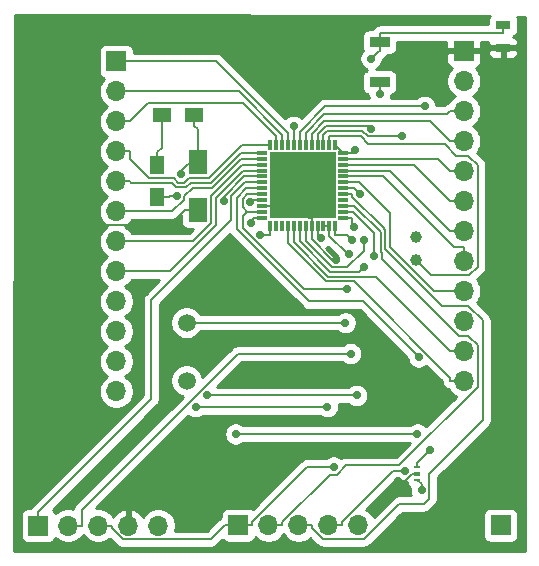
<source format=gtl>
G04 #@! TF.GenerationSoftware,KiCad,Pcbnew,5.1.6-c6e7f7d~87~ubuntu18.04.1*
G04 #@! TF.CreationDate,2020-08-15T23:02:31+05:30*
G04 #@! TF.ProjectId,stm32wb_Dev_v1,73746d33-3277-4625-9f44-65765f76312e,rev?*
G04 #@! TF.SameCoordinates,Original*
G04 #@! TF.FileFunction,Copper,L1,Top*
G04 #@! TF.FilePolarity,Positive*
%FSLAX46Y46*%
G04 Gerber Fmt 4.6, Leading zero omitted, Abs format (unit mm)*
G04 Created by KiCad (PCBNEW 5.1.6-c6e7f7d~87~ubuntu18.04.1) date 2020-08-15 23:02:31*
%MOMM*%
%LPD*%
G01*
G04 APERTURE LIST*
G04 #@! TA.AperFunction,SMDPad,CuDef*
%ADD10R,0.600000X0.400000*%
G04 #@! TD*
G04 #@! TA.AperFunction,SMDPad,CuDef*
%ADD11R,0.550000X0.250000*%
G04 #@! TD*
G04 #@! TA.AperFunction,SMDPad,CuDef*
%ADD12R,0.300000X0.850000*%
G04 #@! TD*
G04 #@! TA.AperFunction,SMDPad,CuDef*
%ADD13R,0.850000X0.300000*%
G04 #@! TD*
G04 #@! TA.AperFunction,SMDPad,CuDef*
%ADD14R,5.700000X5.700000*%
G04 #@! TD*
G04 #@! TA.AperFunction,SMDPad,CuDef*
%ADD15R,1.600000X2.000000*%
G04 #@! TD*
G04 #@! TA.AperFunction,ComponentPad*
%ADD16R,1.700000X1.700000*%
G04 #@! TD*
G04 #@! TA.AperFunction,ComponentPad*
%ADD17O,1.700000X1.700000*%
G04 #@! TD*
G04 #@! TA.AperFunction,SMDPad,CuDef*
%ADD18R,1.300000X1.500000*%
G04 #@! TD*
G04 #@! TA.AperFunction,SMDPad,CuDef*
%ADD19R,1.500000X1.300000*%
G04 #@! TD*
G04 #@! TA.AperFunction,SMDPad,CuDef*
%ADD20R,1.300000X0.700000*%
G04 #@! TD*
G04 #@! TA.AperFunction,SMDPad,CuDef*
%ADD21R,1.700000X0.900000*%
G04 #@! TD*
G04 #@! TA.AperFunction,ComponentPad*
%ADD22C,1.000000*%
G04 #@! TD*
G04 #@! TA.AperFunction,ComponentPad*
%ADD23C,1.500000*%
G04 #@! TD*
G04 #@! TA.AperFunction,ViaPad*
%ADD24C,0.399000*%
G04 #@! TD*
G04 #@! TA.AperFunction,ViaPad*
%ADD25C,0.700000*%
G04 #@! TD*
G04 #@! TA.AperFunction,Conductor*
%ADD26C,0.200000*%
G04 #@! TD*
G04 #@! TA.AperFunction,Conductor*
%ADD27C,0.254000*%
G04 #@! TD*
G04 APERTURE END LIST*
D10*
X118001000Y-87748100D03*
D11*
X118001000Y-88303100D03*
X118001000Y-87193100D03*
D12*
X111056000Y-59897600D03*
X110556000Y-59897600D03*
X110056000Y-59897600D03*
X109556000Y-59897600D03*
X109056000Y-59897600D03*
X108556000Y-59897600D03*
X108056000Y-59897600D03*
X107556000Y-59897600D03*
X107056000Y-59897600D03*
X106556000Y-59897600D03*
X106056000Y-59897600D03*
X105556000Y-59897600D03*
D13*
X104856000Y-60597600D03*
X104856000Y-61097600D03*
X104856000Y-61597600D03*
X104856000Y-62097600D03*
X104856000Y-62597600D03*
X104856000Y-63097600D03*
X104856000Y-63597600D03*
X104856000Y-64097600D03*
X104856000Y-64597600D03*
X104856000Y-65097600D03*
X104856000Y-65597600D03*
X104856000Y-66097600D03*
D12*
X105556000Y-66797600D03*
X106056000Y-66797600D03*
X106556000Y-66797600D03*
X107056000Y-66797600D03*
X107556000Y-66797600D03*
X108056000Y-66797600D03*
X108556000Y-66797600D03*
X109056000Y-66797600D03*
X109556000Y-66797600D03*
X110056000Y-66797600D03*
X110556000Y-66797600D03*
X111056000Y-66797600D03*
D13*
X111756000Y-66097600D03*
X111756000Y-65597600D03*
X111756000Y-65097600D03*
X111756000Y-64597600D03*
X111756000Y-64097600D03*
X111756000Y-63597600D03*
X111756000Y-63097600D03*
X111756000Y-62597600D03*
X111756000Y-62097600D03*
X111756000Y-61597600D03*
X111756000Y-61097600D03*
X111756000Y-60597600D03*
D14*
X108306000Y-63347600D03*
D15*
X99402900Y-61405000D03*
X99402900Y-65405000D03*
D16*
X125067000Y-92130900D03*
X85905300Y-92151200D03*
D17*
X88445300Y-92151200D03*
X90985300Y-92151200D03*
X93525300Y-92151200D03*
X96065300Y-92151200D03*
X113022000Y-92115600D03*
X110482000Y-92115600D03*
X107942000Y-92115600D03*
X105402000Y-92115600D03*
D16*
X102862000Y-92115600D03*
D17*
X92514400Y-80789800D03*
X92514400Y-78249800D03*
X92514400Y-75709800D03*
X92514400Y-73169800D03*
X92514400Y-70629800D03*
X92514400Y-68089800D03*
X92514400Y-65549800D03*
X92514400Y-63009800D03*
X92514400Y-60469800D03*
X92514400Y-57929800D03*
X92514400Y-55389800D03*
D16*
X92514400Y-52849800D03*
X121953000Y-51968400D03*
D17*
X121953000Y-54508400D03*
X121953000Y-57048400D03*
X121953000Y-59588400D03*
X121953000Y-62128400D03*
X121953000Y-64668400D03*
X121953000Y-67208400D03*
X121953000Y-69748400D03*
X121953000Y-72288400D03*
X121953000Y-74828400D03*
X121953000Y-77368400D03*
X121953000Y-79908400D03*
D18*
X96004400Y-64307700D03*
X96004400Y-61607700D03*
D19*
X96398100Y-57355700D03*
X99098100Y-57355700D03*
D20*
X125263000Y-51704300D03*
X125263000Y-49804300D03*
D21*
X114828000Y-51207500D03*
X114828000Y-54607500D03*
D22*
X117912000Y-69639300D03*
X117912000Y-67739300D03*
D23*
X98470700Y-79883300D03*
X98470700Y-74983300D03*
D24*
X117995700Y-87746840D03*
D25*
X116342160Y-88346280D03*
X111104800Y-69628400D03*
X89851700Y-66731400D03*
X111901700Y-74983300D03*
X103903300Y-66546100D03*
X104716500Y-67522900D03*
X116711900Y-59172300D03*
X118373540Y-89183447D03*
X107556000Y-58365000D03*
X119108220Y-85788500D03*
X118013480Y-84401660D03*
X102633400Y-84400100D03*
X103876800Y-64794100D03*
X113469500Y-68015400D03*
X98019700Y-62421100D03*
X114069100Y-58556000D03*
X114092500Y-52637200D03*
X118645000Y-56652600D03*
X116949600Y-87493600D03*
X101617900Y-64655100D03*
X118130400Y-77890300D03*
X113491300Y-70278700D03*
X109886000Y-67781700D03*
X97623900Y-64280900D03*
X112357700Y-77595900D03*
X112497000Y-67998800D03*
X112660900Y-66895700D03*
X110391500Y-82100100D03*
X99244300Y-82100100D03*
X114373000Y-69362600D03*
X112873000Y-81140700D03*
X100198100Y-81140700D03*
X113155000Y-64091900D03*
X112022400Y-72130000D03*
X114828000Y-55638100D03*
X112246700Y-69202500D03*
X110926400Y-87198200D03*
X112741600Y-60337300D03*
D26*
X111104800Y-69628400D02*
X110772500Y-69628400D01*
X110772500Y-69628400D02*
X109056000Y-67911900D01*
X109056000Y-67911900D02*
X109056000Y-66797600D01*
X107900100Y-65097600D02*
X104856000Y-65097600D01*
X109056000Y-66535000D02*
X109056000Y-66797600D01*
X109056000Y-66535000D02*
X109056000Y-66072300D01*
X98302600Y-65405000D02*
X96976200Y-66731400D01*
X96976200Y-66731400D02*
X89851700Y-66731400D01*
X99402900Y-65405000D02*
X98302600Y-65405000D01*
X109056000Y-66072300D02*
X108874800Y-66072300D01*
X108874800Y-66072300D02*
X107900100Y-65097600D01*
X108306000Y-63347600D02*
X107900100Y-63753500D01*
X107900100Y-63753500D02*
X107900100Y-65097600D01*
X121953000Y-51968400D02*
X123103300Y-51968400D01*
X125263000Y-51704300D02*
X123367400Y-51704300D01*
X123367400Y-51704300D02*
X123103300Y-51968400D01*
X116951421Y-88346280D02*
X116342160Y-88346280D01*
X117549601Y-87748100D02*
X116951421Y-88346280D01*
X118001000Y-87748100D02*
X117549601Y-87748100D01*
X98470700Y-74983300D02*
X111901700Y-74983300D01*
X103903300Y-66546100D02*
X104130700Y-66318700D01*
X104130700Y-66318700D02*
X104130700Y-66097600D01*
X104856000Y-66097600D02*
X104130700Y-66097600D01*
X105556000Y-67522900D02*
X104716500Y-67522900D01*
X105556000Y-66797600D02*
X105556000Y-67522900D01*
X110056000Y-59172300D02*
X110056000Y-59106200D01*
X110056000Y-59106200D02*
X110390200Y-58772000D01*
X110390200Y-58772000D02*
X113365500Y-58772000D01*
X113365500Y-58772000D02*
X113799800Y-59206300D01*
X113799800Y-59206300D02*
X116677900Y-59206300D01*
X116677900Y-59206300D02*
X116711900Y-59172300D01*
X110056000Y-59897600D02*
X110056000Y-59172300D01*
X110556000Y-59172300D02*
X113199700Y-59172300D01*
X113199700Y-59172300D02*
X113873800Y-59846400D01*
X113873800Y-59846400D02*
X120310800Y-59846400D01*
X120310800Y-59846400D02*
X121322800Y-60858400D01*
X121322800Y-60858400D02*
X122324400Y-60858400D01*
X122324400Y-60858400D02*
X123120100Y-61654100D01*
X123120100Y-61654100D02*
X123120100Y-70223200D01*
X123120100Y-70223200D02*
X122424300Y-70919000D01*
X122424300Y-70919000D02*
X119191700Y-70919000D01*
X119191700Y-70919000D02*
X117912000Y-69639300D01*
X110556000Y-59897600D02*
X110556000Y-59172300D01*
X118373540Y-88675640D02*
X118001000Y-88303100D01*
X118373540Y-89183447D02*
X118373540Y-88675640D01*
X107556000Y-58365000D02*
X107556000Y-59897600D01*
X113487400Y-84400100D02*
X102633400Y-84400100D01*
X118011920Y-84400100D02*
X118013480Y-84401660D01*
X113487400Y-84400100D02*
X118011920Y-84400100D01*
X118001000Y-86895720D02*
X119108220Y-85788500D01*
X118001000Y-87193100D02*
X118001000Y-86895720D01*
X104856000Y-64597600D02*
X104073300Y-64597600D01*
X104073300Y-64597600D02*
X103876800Y-64794100D01*
X99402900Y-60754800D02*
X98019700Y-62138000D01*
X98019700Y-62138000D02*
X98019700Y-62421100D01*
X113469500Y-68015400D02*
X113469500Y-68902200D01*
X113469500Y-68902200D02*
X112093000Y-70278700D01*
X112093000Y-70278700D02*
X110799400Y-70278700D01*
X110799400Y-70278700D02*
X108556000Y-68035300D01*
X108556000Y-68035300D02*
X108556000Y-66797600D01*
X99402900Y-60754800D02*
X99402900Y-60104700D01*
X99402900Y-61405000D02*
X99402900Y-60754800D01*
X99098100Y-58306000D02*
X99402900Y-58610800D01*
X99402900Y-58610800D02*
X99402900Y-60104700D01*
X99098100Y-57355700D02*
X99098100Y-58306000D01*
X114828000Y-51957800D02*
X114771900Y-51957800D01*
X114771900Y-51957800D02*
X114092500Y-52637200D01*
X114828000Y-51207500D02*
X114828000Y-51957800D01*
X114069100Y-58556000D02*
X113853100Y-58340000D01*
X113853100Y-58340000D02*
X110253900Y-58340000D01*
X110253900Y-58340000D02*
X109556000Y-59037900D01*
X109556000Y-59037900D02*
X109556000Y-59897600D01*
X114828000Y-50832300D02*
X114828000Y-51207500D01*
X114828000Y-50832300D02*
X114828000Y-50457200D01*
X125263000Y-49804300D02*
X125263000Y-50454600D01*
X114828000Y-50457200D02*
X125260400Y-50457200D01*
X125260400Y-50457200D02*
X125263000Y-50454600D01*
X120802700Y-59588400D02*
X119120000Y-57905700D01*
X119120000Y-57905700D02*
X110110300Y-57905700D01*
X110110300Y-57905700D02*
X109056000Y-58960000D01*
X109056000Y-58960000D02*
X109056000Y-59172300D01*
X109056000Y-59897600D02*
X109056000Y-59172300D01*
X121953000Y-59588400D02*
X120802700Y-59588400D01*
X121953000Y-57048400D02*
X120802700Y-57048400D01*
X108556000Y-59897600D02*
X108556000Y-58879600D01*
X108556000Y-58879600D02*
X110132700Y-57302900D01*
X110132700Y-57302900D02*
X120548200Y-57302900D01*
X120548200Y-57302900D02*
X120802700Y-57048400D01*
X110482000Y-92115600D02*
X111632300Y-92115600D01*
X118645000Y-56652600D02*
X110198600Y-56652600D01*
X110198600Y-56652600D02*
X108056000Y-58795200D01*
X108056000Y-58795200D02*
X108056000Y-59897600D01*
X111632300Y-92115600D02*
X111632300Y-91828000D01*
X111632300Y-91828000D02*
X115966700Y-87493600D01*
X115966700Y-87493600D02*
X116949600Y-87493600D01*
X107056000Y-59172300D02*
X107056000Y-58937800D01*
X107056000Y-58937800D02*
X100968000Y-52849800D01*
X100968000Y-52849800D02*
X92514400Y-52849800D01*
X107056000Y-59897600D02*
X107056000Y-59172300D01*
X92514400Y-55389800D02*
X102891300Y-55389800D01*
X102891300Y-55389800D02*
X106556000Y-59054500D01*
X106556000Y-59054500D02*
X106556000Y-59897600D01*
X106056000Y-59172300D02*
X103240400Y-56356700D01*
X103240400Y-56356700D02*
X95237800Y-56356700D01*
X95237800Y-56356700D02*
X93664700Y-57929800D01*
X92514400Y-57929800D02*
X93664700Y-57929800D01*
X106056000Y-59897600D02*
X106056000Y-59172300D01*
X93664700Y-60469800D02*
X93664700Y-61139600D01*
X93664700Y-61139600D02*
X95254200Y-62729100D01*
X95254200Y-62729100D02*
X97367900Y-62729100D01*
X97367900Y-62729100D02*
X97750400Y-63111600D01*
X97750400Y-63111600D02*
X98289000Y-63111600D01*
X98289000Y-63111600D02*
X98671500Y-62729100D01*
X98671500Y-62729100D02*
X100354900Y-62729100D01*
X100354900Y-62729100D02*
X103186400Y-59897600D01*
X103186400Y-59897600D02*
X105556000Y-59897600D01*
X92514400Y-60469800D02*
X93664700Y-60469800D01*
X93664700Y-63009800D02*
X93784300Y-63129400D01*
X93784300Y-63129400D02*
X97202100Y-63129400D01*
X97202100Y-63129400D02*
X97584600Y-63511900D01*
X97584600Y-63511900D02*
X98454900Y-63511900D01*
X98454900Y-63511900D02*
X98837400Y-63129400D01*
X98837400Y-63129400D02*
X100520700Y-63129400D01*
X100520700Y-63129400D02*
X103052400Y-60597700D01*
X103052400Y-60597700D02*
X104130700Y-60597700D01*
X104130700Y-60597700D02*
X104130700Y-60597600D01*
X104856000Y-60597600D02*
X104130700Y-60597600D01*
X92514400Y-63009800D02*
X93664700Y-63009800D01*
X104856000Y-61097600D02*
X103118600Y-61097600D01*
X103118600Y-61097600D02*
X100658600Y-63557600D01*
X100658600Y-63557600D02*
X98994900Y-63557600D01*
X98994900Y-63557600D02*
X98274200Y-64278300D01*
X98274200Y-64278300D02*
X98274200Y-64550300D01*
X98274200Y-64550300D02*
X97274700Y-65549800D01*
X97274700Y-65549800D02*
X92514400Y-65549800D01*
X104130700Y-61597600D02*
X103184700Y-61597600D01*
X103184700Y-61597600D02*
X100551200Y-64231100D01*
X100551200Y-64231100D02*
X100551200Y-66540200D01*
X100551200Y-66540200D02*
X99001700Y-68089700D01*
X99001700Y-68089700D02*
X93664700Y-68089700D01*
X93664700Y-68089700D02*
X93664700Y-68089800D01*
X92514400Y-68089800D02*
X93664700Y-68089800D01*
X104856000Y-61597600D02*
X104130700Y-61597600D01*
X104130700Y-62097600D02*
X103250800Y-62097600D01*
X103250800Y-62097600D02*
X100967500Y-64380900D01*
X100967500Y-64380900D02*
X100967500Y-66690200D01*
X100967500Y-66690200D02*
X97027900Y-70629800D01*
X97027900Y-70629800D02*
X92514400Y-70629800D01*
X104856000Y-62097600D02*
X104130700Y-62097600D01*
X104856000Y-62597600D02*
X103316900Y-62597600D01*
X103316900Y-62597600D02*
X101617900Y-64296600D01*
X101617900Y-64296600D02*
X101617900Y-64655100D01*
X104856000Y-63097600D02*
X103383000Y-63097600D01*
X103383000Y-63097600D02*
X102272900Y-64207700D01*
X102272900Y-64207700D02*
X102272900Y-66286400D01*
X102272900Y-66286400D02*
X95495100Y-73064200D01*
X95495100Y-73064200D02*
X95495100Y-81411100D01*
X95495100Y-81411100D02*
X85905300Y-91000900D01*
X85905300Y-92151200D02*
X85905300Y-91000900D01*
X104856000Y-63597600D02*
X103519800Y-63597600D01*
X103519800Y-63597600D02*
X102733200Y-64384200D01*
X102733200Y-64384200D02*
X102733200Y-67078700D01*
X102733200Y-67078700D02*
X108834900Y-73180400D01*
X108834900Y-73180400D02*
X113420500Y-73180400D01*
X113420500Y-73180400D02*
X118130400Y-77890300D01*
X107056000Y-67522900D02*
X107056000Y-68233600D01*
X107056000Y-68233600D02*
X110302000Y-71479600D01*
X110302000Y-71479600D02*
X112646500Y-71479600D01*
X112646500Y-71479600D02*
X120802700Y-79635800D01*
X120802700Y-79635800D02*
X120802700Y-79908400D01*
X121953000Y-79908400D02*
X120802700Y-79908400D01*
X107056000Y-66797600D02*
X107056000Y-67522900D01*
X107556000Y-67522900D02*
X107556000Y-68167500D01*
X107556000Y-68167500D02*
X110467800Y-71079300D01*
X110467800Y-71079300D02*
X114513600Y-71079300D01*
X114513600Y-71079300D02*
X120802700Y-77368400D01*
X107556000Y-66797600D02*
X107556000Y-67522900D01*
X121953000Y-77368400D02*
X120802700Y-77368400D01*
X108056000Y-66797600D02*
X108056000Y-68101400D01*
X108056000Y-68101400D02*
X110633600Y-70679000D01*
X110633600Y-70679000D02*
X113091000Y-70679000D01*
X113091000Y-70679000D02*
X113491300Y-70278700D01*
X109556000Y-66797600D02*
X109556000Y-67522900D01*
X109556000Y-67522900D02*
X109627200Y-67522900D01*
X109627200Y-67522900D02*
X109886000Y-67781700D01*
X96004400Y-64307700D02*
X96954700Y-64307700D01*
X96954700Y-64307700D02*
X96981500Y-64280900D01*
X96981500Y-64280900D02*
X97623900Y-64280900D01*
X89595600Y-90823600D02*
X89595600Y-92151200D01*
X88445300Y-92151200D02*
X89595600Y-92151200D01*
X111056000Y-67522900D02*
X112021100Y-67522900D01*
X102823300Y-77595900D02*
X89595600Y-90823600D01*
X111056000Y-66797600D02*
X111056000Y-67522900D01*
X112357700Y-77595900D02*
X102823300Y-77595900D01*
X112021100Y-67522900D02*
X112497000Y-67998800D01*
X112481300Y-66097600D02*
X112481300Y-66716100D01*
X112481300Y-66716100D02*
X112660900Y-66895700D01*
X110391500Y-82100100D02*
X99244300Y-82100100D01*
X111756000Y-66097600D02*
X112481300Y-66097600D01*
X100198100Y-81140700D02*
X112873000Y-81140700D01*
X114373000Y-69362600D02*
X114373000Y-67371500D01*
X114373000Y-67371500D02*
X112599100Y-65597600D01*
X112599100Y-65597600D02*
X111756000Y-65597600D01*
X112481300Y-65097600D02*
X112675000Y-65097600D01*
X112675000Y-65097600D02*
X114899500Y-67322100D01*
X114899500Y-67322100D02*
X114899600Y-67322100D01*
X114899600Y-67322100D02*
X114899600Y-68969500D01*
X114899600Y-68969500D02*
X115023300Y-69093200D01*
X115023300Y-69093200D02*
X115023300Y-69556600D01*
X115023300Y-69556600D02*
X121565100Y-76098400D01*
X121565100Y-76098400D02*
X122316500Y-76098400D01*
X122316500Y-76098400D02*
X123104300Y-76886200D01*
X123104300Y-76886200D02*
X123104300Y-80419300D01*
X123104300Y-80419300D02*
X116470800Y-87052800D01*
X116470800Y-87052800D02*
X111991400Y-87052800D01*
X111991400Y-87052800D02*
X111991400Y-87052900D01*
X111991400Y-87052900D02*
X111195800Y-87848500D01*
X111195800Y-87848500D02*
X110581100Y-87848500D01*
X110581100Y-87848500D02*
X106552300Y-91877300D01*
X106552300Y-91877300D02*
X106552300Y-92115600D01*
X111756000Y-65097600D02*
X112481300Y-65097600D01*
X105402000Y-92115600D02*
X106552300Y-92115600D01*
X112481300Y-64097600D02*
X112481300Y-64337800D01*
X112481300Y-64337800D02*
X115059700Y-66916200D01*
X115059700Y-66916200D02*
X115059800Y-66916200D01*
X115059800Y-66916200D02*
X115299900Y-67156300D01*
X115299900Y-67156300D02*
X115299900Y-68757000D01*
X115299900Y-68757000D02*
X120101300Y-73558400D01*
X120101300Y-73558400D02*
X122331100Y-73558400D01*
X122331100Y-73558400D02*
X123554200Y-74781500D01*
X123554200Y-74781500D02*
X123554200Y-83233100D01*
X113511800Y-93275500D02*
X110013800Y-93275500D01*
X110013800Y-93275500D02*
X109092300Y-92354000D01*
X109092300Y-92354000D02*
X109092300Y-92115600D01*
X107942000Y-92115600D02*
X109092300Y-92115600D01*
X111756000Y-64097600D02*
X112481300Y-64097600D01*
X116469570Y-90317730D02*
X118576950Y-90317730D01*
X116469570Y-90317730D02*
X113511800Y-93275500D01*
X119023540Y-89871140D02*
X119023540Y-87763760D01*
X118576950Y-90317730D02*
X119023540Y-89871140D01*
X123554200Y-83233100D02*
X119023540Y-87763760D01*
X113155000Y-64091900D02*
X112660700Y-63597600D01*
X112660700Y-63597600D02*
X111756000Y-63597600D01*
X121953000Y-72288400D02*
X119397500Y-72288400D01*
X119397500Y-72288400D02*
X115700200Y-68591100D01*
X115700200Y-68591100D02*
X115700200Y-65717400D01*
X115700200Y-65717400D02*
X113080400Y-63097600D01*
X113080400Y-63097600D02*
X112481300Y-63097600D01*
X111756000Y-63097600D02*
X112481300Y-63097600D01*
X121953000Y-69748400D02*
X121953000Y-68598100D01*
X121953000Y-68598100D02*
X121135400Y-68598100D01*
X121135400Y-68598100D02*
X115134900Y-62597600D01*
X115134900Y-62597600D02*
X111756000Y-62597600D01*
X120802700Y-67208400D02*
X115691900Y-62097600D01*
X115691900Y-62097600D02*
X111756000Y-62097600D01*
X121953000Y-67208400D02*
X120802700Y-67208400D01*
X111756000Y-61597600D02*
X112481300Y-61597600D01*
X112481300Y-61597600D02*
X117731900Y-61597600D01*
X117731900Y-61597600D02*
X120802700Y-64668400D01*
X121953000Y-64668400D02*
X120802700Y-64668400D01*
X111756000Y-61097600D02*
X119771900Y-61097600D01*
X119771900Y-61097600D02*
X120802700Y-62128400D01*
X121953000Y-62128400D02*
X120802700Y-62128400D01*
X96004400Y-61607700D02*
X96004400Y-60557400D01*
X96398100Y-57355700D02*
X96398100Y-60163700D01*
X96398100Y-60163700D02*
X96004400Y-60557400D01*
X103628100Y-65597600D02*
X103252600Y-65973100D01*
X103252600Y-65973100D02*
X103252600Y-66993200D01*
X103252600Y-66993200D02*
X108389400Y-72130000D01*
X108389400Y-72130000D02*
X112022400Y-72130000D01*
X110556000Y-66797600D02*
X110556000Y-67620800D01*
X110556000Y-67620800D02*
X112137700Y-69202500D01*
X112137700Y-69202500D02*
X112246700Y-69202500D01*
X103628100Y-65597600D02*
X103217300Y-65186800D01*
X103217300Y-65186800D02*
X103217300Y-64470800D01*
X103217300Y-64470800D02*
X103590500Y-64097600D01*
X103590500Y-64097600D02*
X104856000Y-64097600D01*
X104856000Y-65597600D02*
X103628100Y-65597600D01*
X114828000Y-55638100D02*
X114828000Y-54607500D01*
X112741600Y-60337300D02*
X112481300Y-60597600D01*
X102862000Y-92115600D02*
X104012300Y-92115600D01*
X104012300Y-92115600D02*
X104012300Y-91828000D01*
X104012300Y-91828000D02*
X108642100Y-87198200D01*
X108642100Y-87198200D02*
X110926400Y-87198200D01*
X102286900Y-92115600D02*
X102862000Y-92115600D01*
X102286900Y-92115600D02*
X101711700Y-92115600D01*
X111756000Y-60597600D02*
X112481300Y-60597600D01*
X110556000Y-66797600D02*
X110056000Y-66797600D01*
X111756000Y-60597600D02*
X111056000Y-59897600D01*
X90985300Y-92151200D02*
X92135600Y-92151200D01*
X101711700Y-92115600D02*
X100508900Y-93318400D01*
X100508900Y-93318400D02*
X93064400Y-93318400D01*
X93064400Y-93318400D02*
X92135600Y-92389600D01*
X92135600Y-92389600D02*
X92135600Y-92151200D01*
D27*
G36*
X124126050Y-49046695D02*
G01*
X124082463Y-49099806D01*
X124023498Y-49210120D01*
X123987188Y-49329818D01*
X123974928Y-49454300D01*
X123974928Y-49722200D01*
X114864105Y-49722200D01*
X114828000Y-49718644D01*
X114791895Y-49722200D01*
X114683915Y-49732835D01*
X114545367Y-49774863D01*
X114417680Y-49843113D01*
X114305762Y-49934962D01*
X114213913Y-50046880D01*
X114175135Y-50119428D01*
X113978000Y-50119428D01*
X113853518Y-50131688D01*
X113733820Y-50167998D01*
X113623506Y-50226963D01*
X113526815Y-50306315D01*
X113447463Y-50403006D01*
X113388498Y-50513320D01*
X113352188Y-50633018D01*
X113339928Y-50757500D01*
X113339928Y-51657500D01*
X113352188Y-51781982D01*
X113388498Y-51901680D01*
X113404703Y-51931997D01*
X113327401Y-52009299D01*
X113219604Y-52170628D01*
X113145353Y-52349886D01*
X113107500Y-52540186D01*
X113107500Y-52734214D01*
X113145353Y-52924514D01*
X113219604Y-53103772D01*
X113327401Y-53265101D01*
X113464599Y-53402299D01*
X113625928Y-53510096D01*
X113752232Y-53562413D01*
X113733820Y-53567998D01*
X113623506Y-53626963D01*
X113526815Y-53706315D01*
X113447463Y-53803006D01*
X113388498Y-53913320D01*
X113352188Y-54033018D01*
X113339928Y-54157500D01*
X113339928Y-55057500D01*
X113352188Y-55181982D01*
X113388498Y-55301680D01*
X113447463Y-55411994D01*
X113526815Y-55508685D01*
X113623506Y-55588037D01*
X113733820Y-55647002D01*
X113843000Y-55680121D01*
X113843000Y-55735114D01*
X113879299Y-55917600D01*
X110234705Y-55917600D01*
X110198600Y-55914044D01*
X110054514Y-55928235D01*
X110012486Y-55940984D01*
X109915967Y-55970263D01*
X109788280Y-56038513D01*
X109676362Y-56130362D01*
X109653346Y-56158407D01*
X108197877Y-57613877D01*
X108183901Y-57599901D01*
X108022572Y-57492104D01*
X107843314Y-57417853D01*
X107653014Y-57380000D01*
X107458986Y-57380000D01*
X107268686Y-57417853D01*
X107089428Y-57492104D01*
X106928099Y-57599901D01*
X106842823Y-57685177D01*
X101513259Y-52355613D01*
X101490238Y-52327562D01*
X101378320Y-52235713D01*
X101250633Y-52167463D01*
X101112085Y-52125435D01*
X101004105Y-52114800D01*
X100968000Y-52111244D01*
X100931895Y-52114800D01*
X94002472Y-52114800D01*
X94002472Y-51999800D01*
X93990212Y-51875318D01*
X93953902Y-51755620D01*
X93894937Y-51645306D01*
X93815585Y-51548615D01*
X93718894Y-51469263D01*
X93608580Y-51410298D01*
X93488882Y-51373988D01*
X93364400Y-51361728D01*
X91664400Y-51361728D01*
X91539918Y-51373988D01*
X91420220Y-51410298D01*
X91309906Y-51469263D01*
X91213215Y-51548615D01*
X91133863Y-51645306D01*
X91074898Y-51755620D01*
X91038588Y-51875318D01*
X91026328Y-51999800D01*
X91026328Y-53699800D01*
X91038588Y-53824282D01*
X91074898Y-53943980D01*
X91133863Y-54054294D01*
X91213215Y-54150985D01*
X91309906Y-54230337D01*
X91420220Y-54289302D01*
X91492780Y-54311313D01*
X91360925Y-54443168D01*
X91198410Y-54686389D01*
X91086468Y-54956642D01*
X91029400Y-55243540D01*
X91029400Y-55536060D01*
X91086468Y-55822958D01*
X91198410Y-56093211D01*
X91360925Y-56336432D01*
X91567768Y-56543275D01*
X91742160Y-56659800D01*
X91567768Y-56776325D01*
X91360925Y-56983168D01*
X91198410Y-57226389D01*
X91086468Y-57496642D01*
X91029400Y-57783540D01*
X91029400Y-58076060D01*
X91086468Y-58362958D01*
X91198410Y-58633211D01*
X91360925Y-58876432D01*
X91567768Y-59083275D01*
X91742160Y-59199800D01*
X91567768Y-59316325D01*
X91360925Y-59523168D01*
X91198410Y-59766389D01*
X91086468Y-60036642D01*
X91029400Y-60323540D01*
X91029400Y-60616060D01*
X91086468Y-60902958D01*
X91198410Y-61173211D01*
X91360925Y-61416432D01*
X91567768Y-61623275D01*
X91742160Y-61739800D01*
X91567768Y-61856325D01*
X91360925Y-62063168D01*
X91198410Y-62306389D01*
X91086468Y-62576642D01*
X91029400Y-62863540D01*
X91029400Y-63156060D01*
X91086468Y-63442958D01*
X91198410Y-63713211D01*
X91360925Y-63956432D01*
X91567768Y-64163275D01*
X91742160Y-64279800D01*
X91567768Y-64396325D01*
X91360925Y-64603168D01*
X91198410Y-64846389D01*
X91086468Y-65116642D01*
X91029400Y-65403540D01*
X91029400Y-65696060D01*
X91086468Y-65982958D01*
X91198410Y-66253211D01*
X91360925Y-66496432D01*
X91567768Y-66703275D01*
X91742160Y-66819800D01*
X91567768Y-66936325D01*
X91360925Y-67143168D01*
X91198410Y-67386389D01*
X91086468Y-67656642D01*
X91029400Y-67943540D01*
X91029400Y-68236060D01*
X91086468Y-68522958D01*
X91198410Y-68793211D01*
X91360925Y-69036432D01*
X91567768Y-69243275D01*
X91742160Y-69359800D01*
X91567768Y-69476325D01*
X91360925Y-69683168D01*
X91198410Y-69926389D01*
X91086468Y-70196642D01*
X91029400Y-70483540D01*
X91029400Y-70776060D01*
X91086468Y-71062958D01*
X91198410Y-71333211D01*
X91360925Y-71576432D01*
X91567768Y-71783275D01*
X91742160Y-71899800D01*
X91567768Y-72016325D01*
X91360925Y-72223168D01*
X91198410Y-72466389D01*
X91086468Y-72736642D01*
X91029400Y-73023540D01*
X91029400Y-73316060D01*
X91086468Y-73602958D01*
X91198410Y-73873211D01*
X91360925Y-74116432D01*
X91567768Y-74323275D01*
X91742160Y-74439800D01*
X91567768Y-74556325D01*
X91360925Y-74763168D01*
X91198410Y-75006389D01*
X91086468Y-75276642D01*
X91029400Y-75563540D01*
X91029400Y-75856060D01*
X91086468Y-76142958D01*
X91198410Y-76413211D01*
X91360925Y-76656432D01*
X91567768Y-76863275D01*
X91742160Y-76979800D01*
X91567768Y-77096325D01*
X91360925Y-77303168D01*
X91198410Y-77546389D01*
X91086468Y-77816642D01*
X91029400Y-78103540D01*
X91029400Y-78396060D01*
X91086468Y-78682958D01*
X91198410Y-78953211D01*
X91360925Y-79196432D01*
X91567768Y-79403275D01*
X91742160Y-79519800D01*
X91567768Y-79636325D01*
X91360925Y-79843168D01*
X91198410Y-80086389D01*
X91086468Y-80356642D01*
X91029400Y-80643540D01*
X91029400Y-80936060D01*
X91086468Y-81222958D01*
X91198410Y-81493211D01*
X91360925Y-81736432D01*
X91567768Y-81943275D01*
X91810989Y-82105790D01*
X92081242Y-82217732D01*
X92368140Y-82274800D01*
X92660660Y-82274800D01*
X92947558Y-82217732D01*
X93217811Y-82105790D01*
X93461032Y-81943275D01*
X93667875Y-81736432D01*
X93830390Y-81493211D01*
X93942332Y-81222958D01*
X93999400Y-80936060D01*
X93999400Y-80643540D01*
X93942332Y-80356642D01*
X93830390Y-80086389D01*
X93667875Y-79843168D01*
X93461032Y-79636325D01*
X93286640Y-79519800D01*
X93461032Y-79403275D01*
X93667875Y-79196432D01*
X93830390Y-78953211D01*
X93942332Y-78682958D01*
X93999400Y-78396060D01*
X93999400Y-78103540D01*
X93942332Y-77816642D01*
X93830390Y-77546389D01*
X93667875Y-77303168D01*
X93461032Y-77096325D01*
X93286640Y-76979800D01*
X93461032Y-76863275D01*
X93667875Y-76656432D01*
X93830390Y-76413211D01*
X93942332Y-76142958D01*
X93999400Y-75856060D01*
X93999400Y-75563540D01*
X93942332Y-75276642D01*
X93830390Y-75006389D01*
X93667875Y-74763168D01*
X93461032Y-74556325D01*
X93286640Y-74439800D01*
X93461032Y-74323275D01*
X93667875Y-74116432D01*
X93830390Y-73873211D01*
X93942332Y-73602958D01*
X93999400Y-73316060D01*
X93999400Y-73023540D01*
X93942332Y-72736642D01*
X93830390Y-72466389D01*
X93667875Y-72223168D01*
X93461032Y-72016325D01*
X93286640Y-71899800D01*
X93461032Y-71783275D01*
X93667875Y-71576432D01*
X93809283Y-71364800D01*
X96155054Y-71364800D01*
X95000908Y-72518946D01*
X94972862Y-72541963D01*
X94881013Y-72653881D01*
X94812763Y-72781568D01*
X94790681Y-72854364D01*
X94770735Y-72920115D01*
X94756544Y-73064200D01*
X94760100Y-73100305D01*
X94760101Y-81106652D01*
X85411108Y-90455646D01*
X85383063Y-90478662D01*
X85291214Y-90590580D01*
X85252436Y-90663128D01*
X85055300Y-90663128D01*
X84930818Y-90675388D01*
X84811120Y-90711698D01*
X84700806Y-90770663D01*
X84604115Y-90850015D01*
X84524763Y-90946706D01*
X84465798Y-91057020D01*
X84429488Y-91176718D01*
X84417228Y-91301200D01*
X84417228Y-93001200D01*
X84429488Y-93125682D01*
X84465798Y-93245380D01*
X84524763Y-93355694D01*
X84604115Y-93452385D01*
X84700806Y-93531737D01*
X84811120Y-93590702D01*
X84930818Y-93627012D01*
X85055300Y-93639272D01*
X86755300Y-93639272D01*
X86879782Y-93627012D01*
X86999480Y-93590702D01*
X87109794Y-93531737D01*
X87206485Y-93452385D01*
X87285837Y-93355694D01*
X87344802Y-93245380D01*
X87366813Y-93172820D01*
X87498668Y-93304675D01*
X87741889Y-93467190D01*
X88012142Y-93579132D01*
X88299040Y-93636200D01*
X88591560Y-93636200D01*
X88878458Y-93579132D01*
X89148711Y-93467190D01*
X89391932Y-93304675D01*
X89598775Y-93097832D01*
X89715300Y-92923440D01*
X89831825Y-93097832D01*
X90038668Y-93304675D01*
X90281889Y-93467190D01*
X90552142Y-93579132D01*
X90839040Y-93636200D01*
X91131560Y-93636200D01*
X91418458Y-93579132D01*
X91688711Y-93467190D01*
X91931932Y-93304675D01*
X91971580Y-93265027D01*
X92519146Y-93812593D01*
X92542162Y-93840638D01*
X92570206Y-93863653D01*
X92654080Y-93932487D01*
X92781766Y-94000737D01*
X92920315Y-94042765D01*
X93064400Y-94056956D01*
X93100505Y-94053400D01*
X100472795Y-94053400D01*
X100508900Y-94056956D01*
X100545005Y-94053400D01*
X100652985Y-94042765D01*
X100791533Y-94000737D01*
X100919220Y-93932487D01*
X101031138Y-93840638D01*
X101054158Y-93812588D01*
X101510847Y-93355899D01*
X101560815Y-93416785D01*
X101657506Y-93496137D01*
X101767820Y-93555102D01*
X101887518Y-93591412D01*
X102012000Y-93603672D01*
X103712000Y-93603672D01*
X103836482Y-93591412D01*
X103956180Y-93555102D01*
X104066494Y-93496137D01*
X104163185Y-93416785D01*
X104242537Y-93320094D01*
X104301502Y-93209780D01*
X104323513Y-93137220D01*
X104455368Y-93269075D01*
X104698589Y-93431590D01*
X104968842Y-93543532D01*
X105255740Y-93600600D01*
X105548260Y-93600600D01*
X105835158Y-93543532D01*
X106105411Y-93431590D01*
X106348632Y-93269075D01*
X106555475Y-93062232D01*
X106672000Y-92887840D01*
X106788525Y-93062232D01*
X106995368Y-93269075D01*
X107238589Y-93431590D01*
X107508842Y-93543532D01*
X107795740Y-93600600D01*
X108088260Y-93600600D01*
X108375158Y-93543532D01*
X108645411Y-93431590D01*
X108888632Y-93269075D01*
X108928280Y-93229427D01*
X109468546Y-93769693D01*
X109491562Y-93797738D01*
X109603480Y-93889587D01*
X109731167Y-93957837D01*
X109869715Y-93999865D01*
X110013800Y-94014056D01*
X110049905Y-94010500D01*
X113475695Y-94010500D01*
X113511800Y-94014056D01*
X113547905Y-94010500D01*
X113655885Y-93999865D01*
X113794433Y-93957837D01*
X113922120Y-93889587D01*
X114034038Y-93797738D01*
X114057059Y-93769687D01*
X116545846Y-91280900D01*
X123578928Y-91280900D01*
X123578928Y-92980900D01*
X123591188Y-93105382D01*
X123627498Y-93225080D01*
X123686463Y-93335394D01*
X123765815Y-93432085D01*
X123862506Y-93511437D01*
X123972820Y-93570402D01*
X124092518Y-93606712D01*
X124217000Y-93618972D01*
X125917000Y-93618972D01*
X126041482Y-93606712D01*
X126161180Y-93570402D01*
X126271494Y-93511437D01*
X126368185Y-93432085D01*
X126447537Y-93335394D01*
X126506502Y-93225080D01*
X126542812Y-93105382D01*
X126555072Y-92980900D01*
X126555072Y-91280900D01*
X126542812Y-91156418D01*
X126506502Y-91036720D01*
X126447537Y-90926406D01*
X126368185Y-90829715D01*
X126271494Y-90750363D01*
X126161180Y-90691398D01*
X126041482Y-90655088D01*
X125917000Y-90642828D01*
X124217000Y-90642828D01*
X124092518Y-90655088D01*
X123972820Y-90691398D01*
X123862506Y-90750363D01*
X123765815Y-90829715D01*
X123686463Y-90926406D01*
X123627498Y-91036720D01*
X123591188Y-91156418D01*
X123578928Y-91280900D01*
X116545846Y-91280900D01*
X116774017Y-91052730D01*
X118540845Y-91052730D01*
X118576950Y-91056286D01*
X118613055Y-91052730D01*
X118721035Y-91042095D01*
X118859583Y-91000067D01*
X118987270Y-90931817D01*
X119099188Y-90839968D01*
X119122209Y-90811917D01*
X119517732Y-90416394D01*
X119545777Y-90393378D01*
X119637627Y-90281460D01*
X119647845Y-90262344D01*
X119705877Y-90153774D01*
X119747905Y-90015225D01*
X119762096Y-89871140D01*
X119758540Y-89835035D01*
X119758540Y-88068206D01*
X124048393Y-83778354D01*
X124076438Y-83755338D01*
X124168287Y-83643420D01*
X124236537Y-83515733D01*
X124278565Y-83377185D01*
X124289200Y-83269205D01*
X124292756Y-83233100D01*
X124289200Y-83196995D01*
X124289200Y-74817605D01*
X124292756Y-74781500D01*
X124278565Y-74637415D01*
X124236537Y-74498866D01*
X124168287Y-74371180D01*
X124099453Y-74287306D01*
X124099450Y-74287303D01*
X124076437Y-74259262D01*
X124048397Y-74236250D01*
X123076827Y-73264680D01*
X123106475Y-73235032D01*
X123268990Y-72991811D01*
X123380932Y-72721558D01*
X123438000Y-72434660D01*
X123438000Y-72142140D01*
X123380932Y-71855242D01*
X123268990Y-71584989D01*
X123106475Y-71341768D01*
X123073727Y-71309020D01*
X123614293Y-70768454D01*
X123642338Y-70745438D01*
X123734187Y-70633520D01*
X123802437Y-70505833D01*
X123844465Y-70367285D01*
X123855100Y-70259305D01*
X123858656Y-70223200D01*
X123855100Y-70187095D01*
X123855100Y-61690205D01*
X123858656Y-61654100D01*
X123844465Y-61510015D01*
X123802437Y-61371466D01*
X123734187Y-61243780D01*
X123665353Y-61159906D01*
X123665350Y-61159903D01*
X123642337Y-61131862D01*
X123614297Y-61108850D01*
X123073477Y-60568030D01*
X123106475Y-60535032D01*
X123268990Y-60291811D01*
X123380932Y-60021558D01*
X123438000Y-59734660D01*
X123438000Y-59442140D01*
X123380932Y-59155242D01*
X123268990Y-58884989D01*
X123106475Y-58641768D01*
X122899632Y-58434925D01*
X122725240Y-58318400D01*
X122899632Y-58201875D01*
X123106475Y-57995032D01*
X123268990Y-57751811D01*
X123380932Y-57481558D01*
X123438000Y-57194660D01*
X123438000Y-56902140D01*
X123380932Y-56615242D01*
X123268990Y-56344989D01*
X123106475Y-56101768D01*
X122899632Y-55894925D01*
X122725240Y-55778400D01*
X122899632Y-55661875D01*
X123106475Y-55455032D01*
X123268990Y-55211811D01*
X123380932Y-54941558D01*
X123438000Y-54654660D01*
X123438000Y-54362140D01*
X123380932Y-54075242D01*
X123268990Y-53804989D01*
X123106475Y-53561768D01*
X122974620Y-53429913D01*
X123047180Y-53407902D01*
X123157494Y-53348937D01*
X123254185Y-53269585D01*
X123333537Y-53172894D01*
X123392502Y-53062580D01*
X123428812Y-52942882D01*
X123441072Y-52818400D01*
X123438000Y-52254150D01*
X123279250Y-52095400D01*
X122080000Y-52095400D01*
X122080000Y-52115400D01*
X121826000Y-52115400D01*
X121826000Y-52095400D01*
X120626750Y-52095400D01*
X120468000Y-52254150D01*
X120464928Y-52818400D01*
X120477188Y-52942882D01*
X120513498Y-53062580D01*
X120572463Y-53172894D01*
X120651815Y-53269585D01*
X120748506Y-53348937D01*
X120858820Y-53407902D01*
X120931380Y-53429913D01*
X120799525Y-53561768D01*
X120637010Y-53804989D01*
X120525068Y-54075242D01*
X120468000Y-54362140D01*
X120468000Y-54654660D01*
X120525068Y-54941558D01*
X120637010Y-55211811D01*
X120799525Y-55455032D01*
X121006368Y-55661875D01*
X121180760Y-55778400D01*
X121006368Y-55894925D01*
X120799525Y-56101768D01*
X120649078Y-56326928D01*
X120520067Y-56366063D01*
X120392380Y-56434313D01*
X120280462Y-56526162D01*
X120257441Y-56554213D01*
X120243754Y-56567900D01*
X119630000Y-56567900D01*
X119630000Y-56555586D01*
X119592147Y-56365286D01*
X119517896Y-56186028D01*
X119410099Y-56024699D01*
X119272901Y-55887501D01*
X119111572Y-55779704D01*
X118932314Y-55705453D01*
X118742014Y-55667600D01*
X118547986Y-55667600D01*
X118357686Y-55705453D01*
X118178428Y-55779704D01*
X118017099Y-55887501D01*
X117987000Y-55917600D01*
X115776701Y-55917600D01*
X115813000Y-55735114D01*
X115813000Y-55680121D01*
X115922180Y-55647002D01*
X116032494Y-55588037D01*
X116129185Y-55508685D01*
X116208537Y-55411994D01*
X116267502Y-55301680D01*
X116303812Y-55181982D01*
X116316072Y-55057500D01*
X116316072Y-54157500D01*
X116303812Y-54033018D01*
X116267502Y-53913320D01*
X116208537Y-53803006D01*
X116129185Y-53706315D01*
X116032494Y-53626963D01*
X115922180Y-53567998D01*
X115802482Y-53531688D01*
X115678000Y-53519428D01*
X114536543Y-53519428D01*
X114559072Y-53510096D01*
X114720401Y-53402299D01*
X114857599Y-53265101D01*
X114965396Y-53103772D01*
X115039647Y-52924514D01*
X115077500Y-52734214D01*
X115077500Y-52691647D01*
X115150111Y-52619035D01*
X115238320Y-52571887D01*
X115350238Y-52480038D01*
X115442087Y-52368120D01*
X115480865Y-52295572D01*
X115678000Y-52295572D01*
X115802482Y-52283312D01*
X115922180Y-52247002D01*
X116032494Y-52188037D01*
X116129185Y-52108685D01*
X116173817Y-52054300D01*
X123974928Y-52054300D01*
X123987188Y-52178782D01*
X124023498Y-52298480D01*
X124082463Y-52408794D01*
X124161815Y-52505485D01*
X124258506Y-52584837D01*
X124368820Y-52643802D01*
X124488518Y-52680112D01*
X124613000Y-52692372D01*
X124977250Y-52689300D01*
X125136000Y-52530550D01*
X125136000Y-51831300D01*
X125390000Y-51831300D01*
X125390000Y-52530550D01*
X125548750Y-52689300D01*
X125913000Y-52692372D01*
X126037482Y-52680112D01*
X126157180Y-52643802D01*
X126267494Y-52584837D01*
X126364185Y-52505485D01*
X126443537Y-52408794D01*
X126502502Y-52298480D01*
X126538812Y-52178782D01*
X126551072Y-52054300D01*
X126548000Y-51990050D01*
X126389250Y-51831300D01*
X125390000Y-51831300D01*
X125136000Y-51831300D01*
X124136750Y-51831300D01*
X123978000Y-51990050D01*
X123974928Y-52054300D01*
X116173817Y-52054300D01*
X116208537Y-52011994D01*
X116267502Y-51901680D01*
X116303812Y-51781982D01*
X116316072Y-51657500D01*
X116316072Y-51192200D01*
X120465330Y-51192200D01*
X120468000Y-51682650D01*
X120626750Y-51841400D01*
X121826000Y-51841400D01*
X121826000Y-51821400D01*
X122080000Y-51821400D01*
X122080000Y-51841400D01*
X123279250Y-51841400D01*
X123438000Y-51682650D01*
X123440670Y-51192200D01*
X123998599Y-51192200D01*
X123987188Y-51229818D01*
X123974928Y-51354300D01*
X123978000Y-51418550D01*
X124136750Y-51577300D01*
X125136000Y-51577300D01*
X125136000Y-51557300D01*
X125390000Y-51557300D01*
X125390000Y-51577300D01*
X126389250Y-51577300D01*
X126548000Y-51418550D01*
X126551072Y-51354300D01*
X126538812Y-51229818D01*
X126502502Y-51110120D01*
X126443537Y-50999806D01*
X126364185Y-50903115D01*
X126267494Y-50823763D01*
X126157180Y-50764798D01*
X126122573Y-50754300D01*
X126157180Y-50743802D01*
X126267494Y-50684837D01*
X126364185Y-50605485D01*
X126443537Y-50508794D01*
X126502502Y-50398480D01*
X126538812Y-50278782D01*
X126551072Y-50154300D01*
X126551072Y-49454300D01*
X126538812Y-49329818D01*
X126502502Y-49210120D01*
X126443537Y-49099806D01*
X126406526Y-49054708D01*
X127091489Y-49057115D01*
X127109170Y-94300062D01*
X83888679Y-94307638D01*
X83924041Y-48905437D01*
X124126050Y-49046695D01*
G37*
X124126050Y-49046695D02*
X124082463Y-49099806D01*
X124023498Y-49210120D01*
X123987188Y-49329818D01*
X123974928Y-49454300D01*
X123974928Y-49722200D01*
X114864105Y-49722200D01*
X114828000Y-49718644D01*
X114791895Y-49722200D01*
X114683915Y-49732835D01*
X114545367Y-49774863D01*
X114417680Y-49843113D01*
X114305762Y-49934962D01*
X114213913Y-50046880D01*
X114175135Y-50119428D01*
X113978000Y-50119428D01*
X113853518Y-50131688D01*
X113733820Y-50167998D01*
X113623506Y-50226963D01*
X113526815Y-50306315D01*
X113447463Y-50403006D01*
X113388498Y-50513320D01*
X113352188Y-50633018D01*
X113339928Y-50757500D01*
X113339928Y-51657500D01*
X113352188Y-51781982D01*
X113388498Y-51901680D01*
X113404703Y-51931997D01*
X113327401Y-52009299D01*
X113219604Y-52170628D01*
X113145353Y-52349886D01*
X113107500Y-52540186D01*
X113107500Y-52734214D01*
X113145353Y-52924514D01*
X113219604Y-53103772D01*
X113327401Y-53265101D01*
X113464599Y-53402299D01*
X113625928Y-53510096D01*
X113752232Y-53562413D01*
X113733820Y-53567998D01*
X113623506Y-53626963D01*
X113526815Y-53706315D01*
X113447463Y-53803006D01*
X113388498Y-53913320D01*
X113352188Y-54033018D01*
X113339928Y-54157500D01*
X113339928Y-55057500D01*
X113352188Y-55181982D01*
X113388498Y-55301680D01*
X113447463Y-55411994D01*
X113526815Y-55508685D01*
X113623506Y-55588037D01*
X113733820Y-55647002D01*
X113843000Y-55680121D01*
X113843000Y-55735114D01*
X113879299Y-55917600D01*
X110234705Y-55917600D01*
X110198600Y-55914044D01*
X110054514Y-55928235D01*
X110012486Y-55940984D01*
X109915967Y-55970263D01*
X109788280Y-56038513D01*
X109676362Y-56130362D01*
X109653346Y-56158407D01*
X108197877Y-57613877D01*
X108183901Y-57599901D01*
X108022572Y-57492104D01*
X107843314Y-57417853D01*
X107653014Y-57380000D01*
X107458986Y-57380000D01*
X107268686Y-57417853D01*
X107089428Y-57492104D01*
X106928099Y-57599901D01*
X106842823Y-57685177D01*
X101513259Y-52355613D01*
X101490238Y-52327562D01*
X101378320Y-52235713D01*
X101250633Y-52167463D01*
X101112085Y-52125435D01*
X101004105Y-52114800D01*
X100968000Y-52111244D01*
X100931895Y-52114800D01*
X94002472Y-52114800D01*
X94002472Y-51999800D01*
X93990212Y-51875318D01*
X93953902Y-51755620D01*
X93894937Y-51645306D01*
X93815585Y-51548615D01*
X93718894Y-51469263D01*
X93608580Y-51410298D01*
X93488882Y-51373988D01*
X93364400Y-51361728D01*
X91664400Y-51361728D01*
X91539918Y-51373988D01*
X91420220Y-51410298D01*
X91309906Y-51469263D01*
X91213215Y-51548615D01*
X91133863Y-51645306D01*
X91074898Y-51755620D01*
X91038588Y-51875318D01*
X91026328Y-51999800D01*
X91026328Y-53699800D01*
X91038588Y-53824282D01*
X91074898Y-53943980D01*
X91133863Y-54054294D01*
X91213215Y-54150985D01*
X91309906Y-54230337D01*
X91420220Y-54289302D01*
X91492780Y-54311313D01*
X91360925Y-54443168D01*
X91198410Y-54686389D01*
X91086468Y-54956642D01*
X91029400Y-55243540D01*
X91029400Y-55536060D01*
X91086468Y-55822958D01*
X91198410Y-56093211D01*
X91360925Y-56336432D01*
X91567768Y-56543275D01*
X91742160Y-56659800D01*
X91567768Y-56776325D01*
X91360925Y-56983168D01*
X91198410Y-57226389D01*
X91086468Y-57496642D01*
X91029400Y-57783540D01*
X91029400Y-58076060D01*
X91086468Y-58362958D01*
X91198410Y-58633211D01*
X91360925Y-58876432D01*
X91567768Y-59083275D01*
X91742160Y-59199800D01*
X91567768Y-59316325D01*
X91360925Y-59523168D01*
X91198410Y-59766389D01*
X91086468Y-60036642D01*
X91029400Y-60323540D01*
X91029400Y-60616060D01*
X91086468Y-60902958D01*
X91198410Y-61173211D01*
X91360925Y-61416432D01*
X91567768Y-61623275D01*
X91742160Y-61739800D01*
X91567768Y-61856325D01*
X91360925Y-62063168D01*
X91198410Y-62306389D01*
X91086468Y-62576642D01*
X91029400Y-62863540D01*
X91029400Y-63156060D01*
X91086468Y-63442958D01*
X91198410Y-63713211D01*
X91360925Y-63956432D01*
X91567768Y-64163275D01*
X91742160Y-64279800D01*
X91567768Y-64396325D01*
X91360925Y-64603168D01*
X91198410Y-64846389D01*
X91086468Y-65116642D01*
X91029400Y-65403540D01*
X91029400Y-65696060D01*
X91086468Y-65982958D01*
X91198410Y-66253211D01*
X91360925Y-66496432D01*
X91567768Y-66703275D01*
X91742160Y-66819800D01*
X91567768Y-66936325D01*
X91360925Y-67143168D01*
X91198410Y-67386389D01*
X91086468Y-67656642D01*
X91029400Y-67943540D01*
X91029400Y-68236060D01*
X91086468Y-68522958D01*
X91198410Y-68793211D01*
X91360925Y-69036432D01*
X91567768Y-69243275D01*
X91742160Y-69359800D01*
X91567768Y-69476325D01*
X91360925Y-69683168D01*
X91198410Y-69926389D01*
X91086468Y-70196642D01*
X91029400Y-70483540D01*
X91029400Y-70776060D01*
X91086468Y-71062958D01*
X91198410Y-71333211D01*
X91360925Y-71576432D01*
X91567768Y-71783275D01*
X91742160Y-71899800D01*
X91567768Y-72016325D01*
X91360925Y-72223168D01*
X91198410Y-72466389D01*
X91086468Y-72736642D01*
X91029400Y-73023540D01*
X91029400Y-73316060D01*
X91086468Y-73602958D01*
X91198410Y-73873211D01*
X91360925Y-74116432D01*
X91567768Y-74323275D01*
X91742160Y-74439800D01*
X91567768Y-74556325D01*
X91360925Y-74763168D01*
X91198410Y-75006389D01*
X91086468Y-75276642D01*
X91029400Y-75563540D01*
X91029400Y-75856060D01*
X91086468Y-76142958D01*
X91198410Y-76413211D01*
X91360925Y-76656432D01*
X91567768Y-76863275D01*
X91742160Y-76979800D01*
X91567768Y-77096325D01*
X91360925Y-77303168D01*
X91198410Y-77546389D01*
X91086468Y-77816642D01*
X91029400Y-78103540D01*
X91029400Y-78396060D01*
X91086468Y-78682958D01*
X91198410Y-78953211D01*
X91360925Y-79196432D01*
X91567768Y-79403275D01*
X91742160Y-79519800D01*
X91567768Y-79636325D01*
X91360925Y-79843168D01*
X91198410Y-80086389D01*
X91086468Y-80356642D01*
X91029400Y-80643540D01*
X91029400Y-80936060D01*
X91086468Y-81222958D01*
X91198410Y-81493211D01*
X91360925Y-81736432D01*
X91567768Y-81943275D01*
X91810989Y-82105790D01*
X92081242Y-82217732D01*
X92368140Y-82274800D01*
X92660660Y-82274800D01*
X92947558Y-82217732D01*
X93217811Y-82105790D01*
X93461032Y-81943275D01*
X93667875Y-81736432D01*
X93830390Y-81493211D01*
X93942332Y-81222958D01*
X93999400Y-80936060D01*
X93999400Y-80643540D01*
X93942332Y-80356642D01*
X93830390Y-80086389D01*
X93667875Y-79843168D01*
X93461032Y-79636325D01*
X93286640Y-79519800D01*
X93461032Y-79403275D01*
X93667875Y-79196432D01*
X93830390Y-78953211D01*
X93942332Y-78682958D01*
X93999400Y-78396060D01*
X93999400Y-78103540D01*
X93942332Y-77816642D01*
X93830390Y-77546389D01*
X93667875Y-77303168D01*
X93461032Y-77096325D01*
X93286640Y-76979800D01*
X93461032Y-76863275D01*
X93667875Y-76656432D01*
X93830390Y-76413211D01*
X93942332Y-76142958D01*
X93999400Y-75856060D01*
X93999400Y-75563540D01*
X93942332Y-75276642D01*
X93830390Y-75006389D01*
X93667875Y-74763168D01*
X93461032Y-74556325D01*
X93286640Y-74439800D01*
X93461032Y-74323275D01*
X93667875Y-74116432D01*
X93830390Y-73873211D01*
X93942332Y-73602958D01*
X93999400Y-73316060D01*
X93999400Y-73023540D01*
X93942332Y-72736642D01*
X93830390Y-72466389D01*
X93667875Y-72223168D01*
X93461032Y-72016325D01*
X93286640Y-71899800D01*
X93461032Y-71783275D01*
X93667875Y-71576432D01*
X93809283Y-71364800D01*
X96155054Y-71364800D01*
X95000908Y-72518946D01*
X94972862Y-72541963D01*
X94881013Y-72653881D01*
X94812763Y-72781568D01*
X94790681Y-72854364D01*
X94770735Y-72920115D01*
X94756544Y-73064200D01*
X94760100Y-73100305D01*
X94760101Y-81106652D01*
X85411108Y-90455646D01*
X85383063Y-90478662D01*
X85291214Y-90590580D01*
X85252436Y-90663128D01*
X85055300Y-90663128D01*
X84930818Y-90675388D01*
X84811120Y-90711698D01*
X84700806Y-90770663D01*
X84604115Y-90850015D01*
X84524763Y-90946706D01*
X84465798Y-91057020D01*
X84429488Y-91176718D01*
X84417228Y-91301200D01*
X84417228Y-93001200D01*
X84429488Y-93125682D01*
X84465798Y-93245380D01*
X84524763Y-93355694D01*
X84604115Y-93452385D01*
X84700806Y-93531737D01*
X84811120Y-93590702D01*
X84930818Y-93627012D01*
X85055300Y-93639272D01*
X86755300Y-93639272D01*
X86879782Y-93627012D01*
X86999480Y-93590702D01*
X87109794Y-93531737D01*
X87206485Y-93452385D01*
X87285837Y-93355694D01*
X87344802Y-93245380D01*
X87366813Y-93172820D01*
X87498668Y-93304675D01*
X87741889Y-93467190D01*
X88012142Y-93579132D01*
X88299040Y-93636200D01*
X88591560Y-93636200D01*
X88878458Y-93579132D01*
X89148711Y-93467190D01*
X89391932Y-93304675D01*
X89598775Y-93097832D01*
X89715300Y-92923440D01*
X89831825Y-93097832D01*
X90038668Y-93304675D01*
X90281889Y-93467190D01*
X90552142Y-93579132D01*
X90839040Y-93636200D01*
X91131560Y-93636200D01*
X91418458Y-93579132D01*
X91688711Y-93467190D01*
X91931932Y-93304675D01*
X91971580Y-93265027D01*
X92519146Y-93812593D01*
X92542162Y-93840638D01*
X92570206Y-93863653D01*
X92654080Y-93932487D01*
X92781766Y-94000737D01*
X92920315Y-94042765D01*
X93064400Y-94056956D01*
X93100505Y-94053400D01*
X100472795Y-94053400D01*
X100508900Y-94056956D01*
X100545005Y-94053400D01*
X100652985Y-94042765D01*
X100791533Y-94000737D01*
X100919220Y-93932487D01*
X101031138Y-93840638D01*
X101054158Y-93812588D01*
X101510847Y-93355899D01*
X101560815Y-93416785D01*
X101657506Y-93496137D01*
X101767820Y-93555102D01*
X101887518Y-93591412D01*
X102012000Y-93603672D01*
X103712000Y-93603672D01*
X103836482Y-93591412D01*
X103956180Y-93555102D01*
X104066494Y-93496137D01*
X104163185Y-93416785D01*
X104242537Y-93320094D01*
X104301502Y-93209780D01*
X104323513Y-93137220D01*
X104455368Y-93269075D01*
X104698589Y-93431590D01*
X104968842Y-93543532D01*
X105255740Y-93600600D01*
X105548260Y-93600600D01*
X105835158Y-93543532D01*
X106105411Y-93431590D01*
X106348632Y-93269075D01*
X106555475Y-93062232D01*
X106672000Y-92887840D01*
X106788525Y-93062232D01*
X106995368Y-93269075D01*
X107238589Y-93431590D01*
X107508842Y-93543532D01*
X107795740Y-93600600D01*
X108088260Y-93600600D01*
X108375158Y-93543532D01*
X108645411Y-93431590D01*
X108888632Y-93269075D01*
X108928280Y-93229427D01*
X109468546Y-93769693D01*
X109491562Y-93797738D01*
X109603480Y-93889587D01*
X109731167Y-93957837D01*
X109869715Y-93999865D01*
X110013800Y-94014056D01*
X110049905Y-94010500D01*
X113475695Y-94010500D01*
X113511800Y-94014056D01*
X113547905Y-94010500D01*
X113655885Y-93999865D01*
X113794433Y-93957837D01*
X113922120Y-93889587D01*
X114034038Y-93797738D01*
X114057059Y-93769687D01*
X116545846Y-91280900D01*
X123578928Y-91280900D01*
X123578928Y-92980900D01*
X123591188Y-93105382D01*
X123627498Y-93225080D01*
X123686463Y-93335394D01*
X123765815Y-93432085D01*
X123862506Y-93511437D01*
X123972820Y-93570402D01*
X124092518Y-93606712D01*
X124217000Y-93618972D01*
X125917000Y-93618972D01*
X126041482Y-93606712D01*
X126161180Y-93570402D01*
X126271494Y-93511437D01*
X126368185Y-93432085D01*
X126447537Y-93335394D01*
X126506502Y-93225080D01*
X126542812Y-93105382D01*
X126555072Y-92980900D01*
X126555072Y-91280900D01*
X126542812Y-91156418D01*
X126506502Y-91036720D01*
X126447537Y-90926406D01*
X126368185Y-90829715D01*
X126271494Y-90750363D01*
X126161180Y-90691398D01*
X126041482Y-90655088D01*
X125917000Y-90642828D01*
X124217000Y-90642828D01*
X124092518Y-90655088D01*
X123972820Y-90691398D01*
X123862506Y-90750363D01*
X123765815Y-90829715D01*
X123686463Y-90926406D01*
X123627498Y-91036720D01*
X123591188Y-91156418D01*
X123578928Y-91280900D01*
X116545846Y-91280900D01*
X116774017Y-91052730D01*
X118540845Y-91052730D01*
X118576950Y-91056286D01*
X118613055Y-91052730D01*
X118721035Y-91042095D01*
X118859583Y-91000067D01*
X118987270Y-90931817D01*
X119099188Y-90839968D01*
X119122209Y-90811917D01*
X119517732Y-90416394D01*
X119545777Y-90393378D01*
X119637627Y-90281460D01*
X119647845Y-90262344D01*
X119705877Y-90153774D01*
X119747905Y-90015225D01*
X119762096Y-89871140D01*
X119758540Y-89835035D01*
X119758540Y-88068206D01*
X124048393Y-83778354D01*
X124076438Y-83755338D01*
X124168287Y-83643420D01*
X124236537Y-83515733D01*
X124278565Y-83377185D01*
X124289200Y-83269205D01*
X124292756Y-83233100D01*
X124289200Y-83196995D01*
X124289200Y-74817605D01*
X124292756Y-74781500D01*
X124278565Y-74637415D01*
X124236537Y-74498866D01*
X124168287Y-74371180D01*
X124099453Y-74287306D01*
X124099450Y-74287303D01*
X124076437Y-74259262D01*
X124048397Y-74236250D01*
X123076827Y-73264680D01*
X123106475Y-73235032D01*
X123268990Y-72991811D01*
X123380932Y-72721558D01*
X123438000Y-72434660D01*
X123438000Y-72142140D01*
X123380932Y-71855242D01*
X123268990Y-71584989D01*
X123106475Y-71341768D01*
X123073727Y-71309020D01*
X123614293Y-70768454D01*
X123642338Y-70745438D01*
X123734187Y-70633520D01*
X123802437Y-70505833D01*
X123844465Y-70367285D01*
X123855100Y-70259305D01*
X123858656Y-70223200D01*
X123855100Y-70187095D01*
X123855100Y-61690205D01*
X123858656Y-61654100D01*
X123844465Y-61510015D01*
X123802437Y-61371466D01*
X123734187Y-61243780D01*
X123665353Y-61159906D01*
X123665350Y-61159903D01*
X123642337Y-61131862D01*
X123614297Y-61108850D01*
X123073477Y-60568030D01*
X123106475Y-60535032D01*
X123268990Y-60291811D01*
X123380932Y-60021558D01*
X123438000Y-59734660D01*
X123438000Y-59442140D01*
X123380932Y-59155242D01*
X123268990Y-58884989D01*
X123106475Y-58641768D01*
X122899632Y-58434925D01*
X122725240Y-58318400D01*
X122899632Y-58201875D01*
X123106475Y-57995032D01*
X123268990Y-57751811D01*
X123380932Y-57481558D01*
X123438000Y-57194660D01*
X123438000Y-56902140D01*
X123380932Y-56615242D01*
X123268990Y-56344989D01*
X123106475Y-56101768D01*
X122899632Y-55894925D01*
X122725240Y-55778400D01*
X122899632Y-55661875D01*
X123106475Y-55455032D01*
X123268990Y-55211811D01*
X123380932Y-54941558D01*
X123438000Y-54654660D01*
X123438000Y-54362140D01*
X123380932Y-54075242D01*
X123268990Y-53804989D01*
X123106475Y-53561768D01*
X122974620Y-53429913D01*
X123047180Y-53407902D01*
X123157494Y-53348937D01*
X123254185Y-53269585D01*
X123333537Y-53172894D01*
X123392502Y-53062580D01*
X123428812Y-52942882D01*
X123441072Y-52818400D01*
X123438000Y-52254150D01*
X123279250Y-52095400D01*
X122080000Y-52095400D01*
X122080000Y-52115400D01*
X121826000Y-52115400D01*
X121826000Y-52095400D01*
X120626750Y-52095400D01*
X120468000Y-52254150D01*
X120464928Y-52818400D01*
X120477188Y-52942882D01*
X120513498Y-53062580D01*
X120572463Y-53172894D01*
X120651815Y-53269585D01*
X120748506Y-53348937D01*
X120858820Y-53407902D01*
X120931380Y-53429913D01*
X120799525Y-53561768D01*
X120637010Y-53804989D01*
X120525068Y-54075242D01*
X120468000Y-54362140D01*
X120468000Y-54654660D01*
X120525068Y-54941558D01*
X120637010Y-55211811D01*
X120799525Y-55455032D01*
X121006368Y-55661875D01*
X121180760Y-55778400D01*
X121006368Y-55894925D01*
X120799525Y-56101768D01*
X120649078Y-56326928D01*
X120520067Y-56366063D01*
X120392380Y-56434313D01*
X120280462Y-56526162D01*
X120257441Y-56554213D01*
X120243754Y-56567900D01*
X119630000Y-56567900D01*
X119630000Y-56555586D01*
X119592147Y-56365286D01*
X119517896Y-56186028D01*
X119410099Y-56024699D01*
X119272901Y-55887501D01*
X119111572Y-55779704D01*
X118932314Y-55705453D01*
X118742014Y-55667600D01*
X118547986Y-55667600D01*
X118357686Y-55705453D01*
X118178428Y-55779704D01*
X118017099Y-55887501D01*
X117987000Y-55917600D01*
X115776701Y-55917600D01*
X115813000Y-55735114D01*
X115813000Y-55680121D01*
X115922180Y-55647002D01*
X116032494Y-55588037D01*
X116129185Y-55508685D01*
X116208537Y-55411994D01*
X116267502Y-55301680D01*
X116303812Y-55181982D01*
X116316072Y-55057500D01*
X116316072Y-54157500D01*
X116303812Y-54033018D01*
X116267502Y-53913320D01*
X116208537Y-53803006D01*
X116129185Y-53706315D01*
X116032494Y-53626963D01*
X115922180Y-53567998D01*
X115802482Y-53531688D01*
X115678000Y-53519428D01*
X114536543Y-53519428D01*
X114559072Y-53510096D01*
X114720401Y-53402299D01*
X114857599Y-53265101D01*
X114965396Y-53103772D01*
X115039647Y-52924514D01*
X115077500Y-52734214D01*
X115077500Y-52691647D01*
X115150111Y-52619035D01*
X115238320Y-52571887D01*
X115350238Y-52480038D01*
X115442087Y-52368120D01*
X115480865Y-52295572D01*
X115678000Y-52295572D01*
X115802482Y-52283312D01*
X115922180Y-52247002D01*
X116032494Y-52188037D01*
X116129185Y-52108685D01*
X116173817Y-52054300D01*
X123974928Y-52054300D01*
X123987188Y-52178782D01*
X124023498Y-52298480D01*
X124082463Y-52408794D01*
X124161815Y-52505485D01*
X124258506Y-52584837D01*
X124368820Y-52643802D01*
X124488518Y-52680112D01*
X124613000Y-52692372D01*
X124977250Y-52689300D01*
X125136000Y-52530550D01*
X125136000Y-51831300D01*
X125390000Y-51831300D01*
X125390000Y-52530550D01*
X125548750Y-52689300D01*
X125913000Y-52692372D01*
X126037482Y-52680112D01*
X126157180Y-52643802D01*
X126267494Y-52584837D01*
X126364185Y-52505485D01*
X126443537Y-52408794D01*
X126502502Y-52298480D01*
X126538812Y-52178782D01*
X126551072Y-52054300D01*
X126548000Y-51990050D01*
X126389250Y-51831300D01*
X125390000Y-51831300D01*
X125136000Y-51831300D01*
X124136750Y-51831300D01*
X123978000Y-51990050D01*
X123974928Y-52054300D01*
X116173817Y-52054300D01*
X116208537Y-52011994D01*
X116267502Y-51901680D01*
X116303812Y-51781982D01*
X116316072Y-51657500D01*
X116316072Y-51192200D01*
X120465330Y-51192200D01*
X120468000Y-51682650D01*
X120626750Y-51841400D01*
X121826000Y-51841400D01*
X121826000Y-51821400D01*
X122080000Y-51821400D01*
X122080000Y-51841400D01*
X123279250Y-51841400D01*
X123438000Y-51682650D01*
X123440670Y-51192200D01*
X123998599Y-51192200D01*
X123987188Y-51229818D01*
X123974928Y-51354300D01*
X123978000Y-51418550D01*
X124136750Y-51577300D01*
X125136000Y-51577300D01*
X125136000Y-51557300D01*
X125390000Y-51557300D01*
X125390000Y-51577300D01*
X126389250Y-51577300D01*
X126548000Y-51418550D01*
X126551072Y-51354300D01*
X126538812Y-51229818D01*
X126502502Y-51110120D01*
X126443537Y-50999806D01*
X126364185Y-50903115D01*
X126267494Y-50823763D01*
X126157180Y-50764798D01*
X126122573Y-50754300D01*
X126157180Y-50743802D01*
X126267494Y-50684837D01*
X126364185Y-50605485D01*
X126443537Y-50508794D01*
X126502502Y-50398480D01*
X126538812Y-50278782D01*
X126551072Y-50154300D01*
X126551072Y-49454300D01*
X126538812Y-49329818D01*
X126502502Y-49210120D01*
X126443537Y-49099806D01*
X126406526Y-49054708D01*
X127091489Y-49057115D01*
X127109170Y-94300062D01*
X83888679Y-94307638D01*
X83924041Y-48905437D01*
X124126050Y-49046695D01*
G36*
X102119114Y-67489020D02*
G01*
X102210963Y-67600938D01*
X102239008Y-67623954D01*
X108289646Y-73674593D01*
X108312662Y-73702638D01*
X108424580Y-73794487D01*
X108552267Y-73862737D01*
X108690815Y-73904765D01*
X108834900Y-73918956D01*
X108871005Y-73915400D01*
X113116054Y-73915400D01*
X117145400Y-77944747D01*
X117145400Y-77987314D01*
X117183253Y-78177614D01*
X117257504Y-78356872D01*
X117365301Y-78518201D01*
X117502499Y-78655399D01*
X117663828Y-78763196D01*
X117843086Y-78837447D01*
X118033386Y-78875300D01*
X118227414Y-78875300D01*
X118417714Y-78837447D01*
X118596972Y-78763196D01*
X118758301Y-78655399D01*
X118770577Y-78643123D01*
X120067235Y-79939782D01*
X120078335Y-80052485D01*
X120120363Y-80191033D01*
X120188613Y-80318720D01*
X120280462Y-80430638D01*
X120392380Y-80522487D01*
X120520067Y-80590737D01*
X120649078Y-80629872D01*
X120799525Y-80855032D01*
X121006368Y-81061875D01*
X121249589Y-81224390D01*
X121256783Y-81227370D01*
X118744487Y-83739667D01*
X118641381Y-83636561D01*
X118480052Y-83528764D01*
X118300794Y-83454513D01*
X118110494Y-83416660D01*
X117916466Y-83416660D01*
X117726166Y-83454513D01*
X117546908Y-83528764D01*
X117385579Y-83636561D01*
X117357040Y-83665100D01*
X103291400Y-83665100D01*
X103261301Y-83635001D01*
X103099972Y-83527204D01*
X102920714Y-83452953D01*
X102730414Y-83415100D01*
X102536386Y-83415100D01*
X102346086Y-83452953D01*
X102166828Y-83527204D01*
X102005499Y-83635001D01*
X101868301Y-83772199D01*
X101760504Y-83933528D01*
X101686253Y-84112786D01*
X101648400Y-84303086D01*
X101648400Y-84497114D01*
X101686253Y-84687414D01*
X101760504Y-84866672D01*
X101868301Y-85028001D01*
X102005499Y-85165199D01*
X102166828Y-85272996D01*
X102346086Y-85347247D01*
X102536386Y-85385100D01*
X102730414Y-85385100D01*
X102920714Y-85347247D01*
X103099972Y-85272996D01*
X103261301Y-85165199D01*
X103291400Y-85135100D01*
X117349054Y-85135100D01*
X116166354Y-86317800D01*
X112027505Y-86317800D01*
X111991400Y-86314244D01*
X111955295Y-86317800D01*
X111847315Y-86328435D01*
X111708767Y-86370463D01*
X111581080Y-86438713D01*
X111569454Y-86448254D01*
X111554301Y-86433101D01*
X111392972Y-86325304D01*
X111213714Y-86251053D01*
X111023414Y-86213200D01*
X110829386Y-86213200D01*
X110639086Y-86251053D01*
X110459828Y-86325304D01*
X110298499Y-86433101D01*
X110268400Y-86463200D01*
X108678205Y-86463200D01*
X108642100Y-86459644D01*
X108605995Y-86463200D01*
X108498015Y-86473835D01*
X108359467Y-86515863D01*
X108231780Y-86584113D01*
X108119862Y-86675962D01*
X108096846Y-86704007D01*
X104066036Y-90734818D01*
X103956180Y-90676098D01*
X103836482Y-90639788D01*
X103712000Y-90627528D01*
X102012000Y-90627528D01*
X101887518Y-90639788D01*
X101767820Y-90676098D01*
X101657506Y-90735063D01*
X101560815Y-90814415D01*
X101481463Y-90911106D01*
X101422498Y-91021420D01*
X101386188Y-91141118D01*
X101373928Y-91265600D01*
X101373928Y-91462735D01*
X101301380Y-91501513D01*
X101189462Y-91593362D01*
X101166446Y-91621407D01*
X100204454Y-92583400D01*
X97493423Y-92583400D01*
X97550300Y-92297460D01*
X97550300Y-92004940D01*
X97493232Y-91718042D01*
X97381290Y-91447789D01*
X97218775Y-91204568D01*
X97011932Y-90997725D01*
X96768711Y-90835210D01*
X96498458Y-90723268D01*
X96211560Y-90666200D01*
X95919040Y-90666200D01*
X95632142Y-90723268D01*
X95361889Y-90835210D01*
X95118668Y-90997725D01*
X94911825Y-91204568D01*
X94790105Y-91386734D01*
X94720478Y-91269845D01*
X94525569Y-91053612D01*
X94292220Y-90879559D01*
X94029399Y-90754375D01*
X93882190Y-90709724D01*
X93652300Y-90831045D01*
X93652300Y-92024200D01*
X93672300Y-92024200D01*
X93672300Y-92278200D01*
X93652300Y-92278200D01*
X93652300Y-92298200D01*
X93398300Y-92298200D01*
X93398300Y-92278200D01*
X93378300Y-92278200D01*
X93378300Y-92024200D01*
X93398300Y-92024200D01*
X93398300Y-90831045D01*
X93168410Y-90709724D01*
X93021201Y-90754375D01*
X92758380Y-90879559D01*
X92525031Y-91053612D01*
X92330122Y-91269845D01*
X92260495Y-91386734D01*
X92138775Y-91204568D01*
X91931932Y-90997725D01*
X91688711Y-90835210D01*
X91418458Y-90723268D01*
X91131560Y-90666200D01*
X90839040Y-90666200D01*
X90780877Y-90677770D01*
X98604923Y-82853723D01*
X98616399Y-82865199D01*
X98777728Y-82972996D01*
X98956986Y-83047247D01*
X99147286Y-83085100D01*
X99341314Y-83085100D01*
X99531614Y-83047247D01*
X99710872Y-82972996D01*
X99872201Y-82865199D01*
X99902300Y-82835100D01*
X109733500Y-82835100D01*
X109763599Y-82865199D01*
X109924928Y-82972996D01*
X110104186Y-83047247D01*
X110294486Y-83085100D01*
X110488514Y-83085100D01*
X110678814Y-83047247D01*
X110858072Y-82972996D01*
X111019401Y-82865199D01*
X111156599Y-82728001D01*
X111264396Y-82566672D01*
X111338647Y-82387414D01*
X111376500Y-82197114D01*
X111376500Y-82003086D01*
X111351161Y-81875700D01*
X112215000Y-81875700D01*
X112245099Y-81905799D01*
X112406428Y-82013596D01*
X112585686Y-82087847D01*
X112775986Y-82125700D01*
X112970014Y-82125700D01*
X113160314Y-82087847D01*
X113339572Y-82013596D01*
X113500901Y-81905799D01*
X113638099Y-81768601D01*
X113745896Y-81607272D01*
X113820147Y-81428014D01*
X113858000Y-81237714D01*
X113858000Y-81043686D01*
X113820147Y-80853386D01*
X113745896Y-80674128D01*
X113638099Y-80512799D01*
X113500901Y-80375601D01*
X113339572Y-80267804D01*
X113160314Y-80193553D01*
X112970014Y-80155700D01*
X112775986Y-80155700D01*
X112585686Y-80193553D01*
X112406428Y-80267804D01*
X112245099Y-80375601D01*
X112215000Y-80405700D01*
X101052947Y-80405700D01*
X103127747Y-78330900D01*
X111699700Y-78330900D01*
X111729799Y-78360999D01*
X111891128Y-78468796D01*
X112070386Y-78543047D01*
X112260686Y-78580900D01*
X112454714Y-78580900D01*
X112645014Y-78543047D01*
X112824272Y-78468796D01*
X112985601Y-78360999D01*
X113122799Y-78223801D01*
X113230596Y-78062472D01*
X113304847Y-77883214D01*
X113342700Y-77692914D01*
X113342700Y-77498886D01*
X113304847Y-77308586D01*
X113230596Y-77129328D01*
X113122799Y-76967999D01*
X112985601Y-76830801D01*
X112824272Y-76723004D01*
X112645014Y-76648753D01*
X112454714Y-76610900D01*
X112260686Y-76610900D01*
X112070386Y-76648753D01*
X111891128Y-76723004D01*
X111729799Y-76830801D01*
X111699700Y-76860900D01*
X102859405Y-76860900D01*
X102823300Y-76857344D01*
X102679215Y-76871535D01*
X102540666Y-76913563D01*
X102457381Y-76958080D01*
X102412980Y-76981813D01*
X102301062Y-77073662D01*
X102278046Y-77101707D01*
X99818729Y-79561024D01*
X99802475Y-79479311D01*
X99698071Y-79227257D01*
X99546499Y-79000414D01*
X99353586Y-78807501D01*
X99126743Y-78655929D01*
X98874689Y-78551525D01*
X98607111Y-78498300D01*
X98334289Y-78498300D01*
X98066711Y-78551525D01*
X97814657Y-78655929D01*
X97587814Y-78807501D01*
X97394901Y-79000414D01*
X97243329Y-79227257D01*
X97138925Y-79479311D01*
X97085700Y-79746889D01*
X97085700Y-80019711D01*
X97138925Y-80287289D01*
X97243329Y-80539343D01*
X97394901Y-80766186D01*
X97587814Y-80959099D01*
X97814657Y-81110671D01*
X98066711Y-81215075D01*
X98148424Y-81231329D01*
X89101408Y-90278346D01*
X89073362Y-90301363D01*
X88981513Y-90413281D01*
X88913263Y-90540968D01*
X88883984Y-90637487D01*
X88871235Y-90679515D01*
X88867147Y-90721018D01*
X88591560Y-90666200D01*
X88299040Y-90666200D01*
X88012142Y-90723268D01*
X87741889Y-90835210D01*
X87498668Y-90997725D01*
X87366813Y-91129580D01*
X87344802Y-91057020D01*
X87285837Y-90946706D01*
X87206485Y-90850015D01*
X87145599Y-90800047D01*
X95989293Y-81956354D01*
X96017338Y-81933338D01*
X96109187Y-81821420D01*
X96177437Y-81693733D01*
X96219465Y-81555185D01*
X96230100Y-81447205D01*
X96230100Y-81447196D01*
X96233655Y-81411101D01*
X96230100Y-81375006D01*
X96230100Y-74846889D01*
X97085700Y-74846889D01*
X97085700Y-75119711D01*
X97138925Y-75387289D01*
X97243329Y-75639343D01*
X97394901Y-75866186D01*
X97587814Y-76059099D01*
X97814657Y-76210671D01*
X98066711Y-76315075D01*
X98334289Y-76368300D01*
X98607111Y-76368300D01*
X98874689Y-76315075D01*
X99126743Y-76210671D01*
X99353586Y-76059099D01*
X99546499Y-75866186D01*
X99645313Y-75718300D01*
X111243700Y-75718300D01*
X111273799Y-75748399D01*
X111435128Y-75856196D01*
X111614386Y-75930447D01*
X111804686Y-75968300D01*
X111998714Y-75968300D01*
X112189014Y-75930447D01*
X112368272Y-75856196D01*
X112529601Y-75748399D01*
X112666799Y-75611201D01*
X112774596Y-75449872D01*
X112848847Y-75270614D01*
X112886700Y-75080314D01*
X112886700Y-74886286D01*
X112848847Y-74695986D01*
X112774596Y-74516728D01*
X112666799Y-74355399D01*
X112529601Y-74218201D01*
X112368272Y-74110404D01*
X112189014Y-74036153D01*
X111998714Y-73998300D01*
X111804686Y-73998300D01*
X111614386Y-74036153D01*
X111435128Y-74110404D01*
X111273799Y-74218201D01*
X111243700Y-74248300D01*
X99645313Y-74248300D01*
X99546499Y-74100414D01*
X99353586Y-73907501D01*
X99126743Y-73755929D01*
X98874689Y-73651525D01*
X98607111Y-73598300D01*
X98334289Y-73598300D01*
X98066711Y-73651525D01*
X97814657Y-73755929D01*
X97587814Y-73907501D01*
X97394901Y-74100414D01*
X97243329Y-74327257D01*
X97138925Y-74579311D01*
X97085700Y-74846889D01*
X96230100Y-74846889D01*
X96230100Y-73368646D01*
X102115844Y-67482903D01*
X102119114Y-67489020D01*
G37*
X102119114Y-67489020D02*
X102210963Y-67600938D01*
X102239008Y-67623954D01*
X108289646Y-73674593D01*
X108312662Y-73702638D01*
X108424580Y-73794487D01*
X108552267Y-73862737D01*
X108690815Y-73904765D01*
X108834900Y-73918956D01*
X108871005Y-73915400D01*
X113116054Y-73915400D01*
X117145400Y-77944747D01*
X117145400Y-77987314D01*
X117183253Y-78177614D01*
X117257504Y-78356872D01*
X117365301Y-78518201D01*
X117502499Y-78655399D01*
X117663828Y-78763196D01*
X117843086Y-78837447D01*
X118033386Y-78875300D01*
X118227414Y-78875300D01*
X118417714Y-78837447D01*
X118596972Y-78763196D01*
X118758301Y-78655399D01*
X118770577Y-78643123D01*
X120067235Y-79939782D01*
X120078335Y-80052485D01*
X120120363Y-80191033D01*
X120188613Y-80318720D01*
X120280462Y-80430638D01*
X120392380Y-80522487D01*
X120520067Y-80590737D01*
X120649078Y-80629872D01*
X120799525Y-80855032D01*
X121006368Y-81061875D01*
X121249589Y-81224390D01*
X121256783Y-81227370D01*
X118744487Y-83739667D01*
X118641381Y-83636561D01*
X118480052Y-83528764D01*
X118300794Y-83454513D01*
X118110494Y-83416660D01*
X117916466Y-83416660D01*
X117726166Y-83454513D01*
X117546908Y-83528764D01*
X117385579Y-83636561D01*
X117357040Y-83665100D01*
X103291400Y-83665100D01*
X103261301Y-83635001D01*
X103099972Y-83527204D01*
X102920714Y-83452953D01*
X102730414Y-83415100D01*
X102536386Y-83415100D01*
X102346086Y-83452953D01*
X102166828Y-83527204D01*
X102005499Y-83635001D01*
X101868301Y-83772199D01*
X101760504Y-83933528D01*
X101686253Y-84112786D01*
X101648400Y-84303086D01*
X101648400Y-84497114D01*
X101686253Y-84687414D01*
X101760504Y-84866672D01*
X101868301Y-85028001D01*
X102005499Y-85165199D01*
X102166828Y-85272996D01*
X102346086Y-85347247D01*
X102536386Y-85385100D01*
X102730414Y-85385100D01*
X102920714Y-85347247D01*
X103099972Y-85272996D01*
X103261301Y-85165199D01*
X103291400Y-85135100D01*
X117349054Y-85135100D01*
X116166354Y-86317800D01*
X112027505Y-86317800D01*
X111991400Y-86314244D01*
X111955295Y-86317800D01*
X111847315Y-86328435D01*
X111708767Y-86370463D01*
X111581080Y-86438713D01*
X111569454Y-86448254D01*
X111554301Y-86433101D01*
X111392972Y-86325304D01*
X111213714Y-86251053D01*
X111023414Y-86213200D01*
X110829386Y-86213200D01*
X110639086Y-86251053D01*
X110459828Y-86325304D01*
X110298499Y-86433101D01*
X110268400Y-86463200D01*
X108678205Y-86463200D01*
X108642100Y-86459644D01*
X108605995Y-86463200D01*
X108498015Y-86473835D01*
X108359467Y-86515863D01*
X108231780Y-86584113D01*
X108119862Y-86675962D01*
X108096846Y-86704007D01*
X104066036Y-90734818D01*
X103956180Y-90676098D01*
X103836482Y-90639788D01*
X103712000Y-90627528D01*
X102012000Y-90627528D01*
X101887518Y-90639788D01*
X101767820Y-90676098D01*
X101657506Y-90735063D01*
X101560815Y-90814415D01*
X101481463Y-90911106D01*
X101422498Y-91021420D01*
X101386188Y-91141118D01*
X101373928Y-91265600D01*
X101373928Y-91462735D01*
X101301380Y-91501513D01*
X101189462Y-91593362D01*
X101166446Y-91621407D01*
X100204454Y-92583400D01*
X97493423Y-92583400D01*
X97550300Y-92297460D01*
X97550300Y-92004940D01*
X97493232Y-91718042D01*
X97381290Y-91447789D01*
X97218775Y-91204568D01*
X97011932Y-90997725D01*
X96768711Y-90835210D01*
X96498458Y-90723268D01*
X96211560Y-90666200D01*
X95919040Y-90666200D01*
X95632142Y-90723268D01*
X95361889Y-90835210D01*
X95118668Y-90997725D01*
X94911825Y-91204568D01*
X94790105Y-91386734D01*
X94720478Y-91269845D01*
X94525569Y-91053612D01*
X94292220Y-90879559D01*
X94029399Y-90754375D01*
X93882190Y-90709724D01*
X93652300Y-90831045D01*
X93652300Y-92024200D01*
X93672300Y-92024200D01*
X93672300Y-92278200D01*
X93652300Y-92278200D01*
X93652300Y-92298200D01*
X93398300Y-92298200D01*
X93398300Y-92278200D01*
X93378300Y-92278200D01*
X93378300Y-92024200D01*
X93398300Y-92024200D01*
X93398300Y-90831045D01*
X93168410Y-90709724D01*
X93021201Y-90754375D01*
X92758380Y-90879559D01*
X92525031Y-91053612D01*
X92330122Y-91269845D01*
X92260495Y-91386734D01*
X92138775Y-91204568D01*
X91931932Y-90997725D01*
X91688711Y-90835210D01*
X91418458Y-90723268D01*
X91131560Y-90666200D01*
X90839040Y-90666200D01*
X90780877Y-90677770D01*
X98604923Y-82853723D01*
X98616399Y-82865199D01*
X98777728Y-82972996D01*
X98956986Y-83047247D01*
X99147286Y-83085100D01*
X99341314Y-83085100D01*
X99531614Y-83047247D01*
X99710872Y-82972996D01*
X99872201Y-82865199D01*
X99902300Y-82835100D01*
X109733500Y-82835100D01*
X109763599Y-82865199D01*
X109924928Y-82972996D01*
X110104186Y-83047247D01*
X110294486Y-83085100D01*
X110488514Y-83085100D01*
X110678814Y-83047247D01*
X110858072Y-82972996D01*
X111019401Y-82865199D01*
X111156599Y-82728001D01*
X111264396Y-82566672D01*
X111338647Y-82387414D01*
X111376500Y-82197114D01*
X111376500Y-82003086D01*
X111351161Y-81875700D01*
X112215000Y-81875700D01*
X112245099Y-81905799D01*
X112406428Y-82013596D01*
X112585686Y-82087847D01*
X112775986Y-82125700D01*
X112970014Y-82125700D01*
X113160314Y-82087847D01*
X113339572Y-82013596D01*
X113500901Y-81905799D01*
X113638099Y-81768601D01*
X113745896Y-81607272D01*
X113820147Y-81428014D01*
X113858000Y-81237714D01*
X113858000Y-81043686D01*
X113820147Y-80853386D01*
X113745896Y-80674128D01*
X113638099Y-80512799D01*
X113500901Y-80375601D01*
X113339572Y-80267804D01*
X113160314Y-80193553D01*
X112970014Y-80155700D01*
X112775986Y-80155700D01*
X112585686Y-80193553D01*
X112406428Y-80267804D01*
X112245099Y-80375601D01*
X112215000Y-80405700D01*
X101052947Y-80405700D01*
X103127747Y-78330900D01*
X111699700Y-78330900D01*
X111729799Y-78360999D01*
X111891128Y-78468796D01*
X112070386Y-78543047D01*
X112260686Y-78580900D01*
X112454714Y-78580900D01*
X112645014Y-78543047D01*
X112824272Y-78468796D01*
X112985601Y-78360999D01*
X113122799Y-78223801D01*
X113230596Y-78062472D01*
X113304847Y-77883214D01*
X113342700Y-77692914D01*
X113342700Y-77498886D01*
X113304847Y-77308586D01*
X113230596Y-77129328D01*
X113122799Y-76967999D01*
X112985601Y-76830801D01*
X112824272Y-76723004D01*
X112645014Y-76648753D01*
X112454714Y-76610900D01*
X112260686Y-76610900D01*
X112070386Y-76648753D01*
X111891128Y-76723004D01*
X111729799Y-76830801D01*
X111699700Y-76860900D01*
X102859405Y-76860900D01*
X102823300Y-76857344D01*
X102679215Y-76871535D01*
X102540666Y-76913563D01*
X102457381Y-76958080D01*
X102412980Y-76981813D01*
X102301062Y-77073662D01*
X102278046Y-77101707D01*
X99818729Y-79561024D01*
X99802475Y-79479311D01*
X99698071Y-79227257D01*
X99546499Y-79000414D01*
X99353586Y-78807501D01*
X99126743Y-78655929D01*
X98874689Y-78551525D01*
X98607111Y-78498300D01*
X98334289Y-78498300D01*
X98066711Y-78551525D01*
X97814657Y-78655929D01*
X97587814Y-78807501D01*
X97394901Y-79000414D01*
X97243329Y-79227257D01*
X97138925Y-79479311D01*
X97085700Y-79746889D01*
X97085700Y-80019711D01*
X97138925Y-80287289D01*
X97243329Y-80539343D01*
X97394901Y-80766186D01*
X97587814Y-80959099D01*
X97814657Y-81110671D01*
X98066711Y-81215075D01*
X98148424Y-81231329D01*
X89101408Y-90278346D01*
X89073362Y-90301363D01*
X88981513Y-90413281D01*
X88913263Y-90540968D01*
X88883984Y-90637487D01*
X88871235Y-90679515D01*
X88867147Y-90721018D01*
X88591560Y-90666200D01*
X88299040Y-90666200D01*
X88012142Y-90723268D01*
X87741889Y-90835210D01*
X87498668Y-90997725D01*
X87366813Y-91129580D01*
X87344802Y-91057020D01*
X87285837Y-90946706D01*
X87206485Y-90850015D01*
X87145599Y-90800047D01*
X95989293Y-81956354D01*
X96017338Y-81933338D01*
X96109187Y-81821420D01*
X96177437Y-81693733D01*
X96219465Y-81555185D01*
X96230100Y-81447205D01*
X96230100Y-81447196D01*
X96233655Y-81411101D01*
X96230100Y-81375006D01*
X96230100Y-74846889D01*
X97085700Y-74846889D01*
X97085700Y-75119711D01*
X97138925Y-75387289D01*
X97243329Y-75639343D01*
X97394901Y-75866186D01*
X97587814Y-76059099D01*
X97814657Y-76210671D01*
X98066711Y-76315075D01*
X98334289Y-76368300D01*
X98607111Y-76368300D01*
X98874689Y-76315075D01*
X99126743Y-76210671D01*
X99353586Y-76059099D01*
X99546499Y-75866186D01*
X99645313Y-75718300D01*
X111243700Y-75718300D01*
X111273799Y-75748399D01*
X111435128Y-75856196D01*
X111614386Y-75930447D01*
X111804686Y-75968300D01*
X111998714Y-75968300D01*
X112189014Y-75930447D01*
X112368272Y-75856196D01*
X112529601Y-75748399D01*
X112666799Y-75611201D01*
X112774596Y-75449872D01*
X112848847Y-75270614D01*
X112886700Y-75080314D01*
X112886700Y-74886286D01*
X112848847Y-74695986D01*
X112774596Y-74516728D01*
X112666799Y-74355399D01*
X112529601Y-74218201D01*
X112368272Y-74110404D01*
X112189014Y-74036153D01*
X111998714Y-73998300D01*
X111804686Y-73998300D01*
X111614386Y-74036153D01*
X111435128Y-74110404D01*
X111273799Y-74218201D01*
X111243700Y-74248300D01*
X99645313Y-74248300D01*
X99546499Y-74100414D01*
X99353586Y-73907501D01*
X99126743Y-73755929D01*
X98874689Y-73651525D01*
X98607111Y-73598300D01*
X98334289Y-73598300D01*
X98066711Y-73651525D01*
X97814657Y-73755929D01*
X97587814Y-73907501D01*
X97394901Y-74100414D01*
X97243329Y-74327257D01*
X97138925Y-74579311D01*
X97085700Y-74846889D01*
X96230100Y-74846889D01*
X96230100Y-73368646D01*
X102115844Y-67482903D01*
X102119114Y-67489020D01*
G36*
X113149000Y-91988600D02*
G01*
X113169000Y-91988600D01*
X113169000Y-92242600D01*
X113149000Y-92242600D01*
X113149000Y-92262600D01*
X112895000Y-92262600D01*
X112895000Y-92242600D01*
X112875000Y-92242600D01*
X112875000Y-91988600D01*
X112895000Y-91988600D01*
X112895000Y-91968600D01*
X113149000Y-91968600D01*
X113149000Y-91988600D01*
G37*
X113149000Y-91988600D02*
X113169000Y-91988600D01*
X113169000Y-92242600D01*
X113149000Y-92242600D01*
X113149000Y-92262600D01*
X112895000Y-92262600D01*
X112895000Y-92242600D01*
X112875000Y-92242600D01*
X112875000Y-91988600D01*
X112895000Y-91988600D01*
X112895000Y-91968600D01*
X113149000Y-91968600D01*
X113149000Y-91988600D01*
G36*
X116321699Y-88258699D02*
G01*
X116483028Y-88366496D01*
X116662286Y-88440747D01*
X116852586Y-88478600D01*
X117046614Y-88478600D01*
X117092012Y-88469570D01*
X117100188Y-88552582D01*
X117136498Y-88672280D01*
X117195463Y-88782594D01*
X117274815Y-88879285D01*
X117371506Y-88958637D01*
X117409880Y-88979149D01*
X117388540Y-89086433D01*
X117388540Y-89280461D01*
X117426393Y-89470761D01*
X117472772Y-89582730D01*
X116505664Y-89582730D01*
X116469569Y-89579175D01*
X116433474Y-89582730D01*
X116433465Y-89582730D01*
X116325485Y-89593365D01*
X116186937Y-89635393D01*
X116059250Y-89703643D01*
X115947332Y-89795492D01*
X115924316Y-89823537D01*
X114327837Y-91420017D01*
X114217178Y-91234245D01*
X114022269Y-91018012D01*
X113788920Y-90843959D01*
X113698741Y-90801006D01*
X116271147Y-88228600D01*
X116291600Y-88228600D01*
X116321699Y-88258699D01*
G37*
X116321699Y-88258699D02*
X116483028Y-88366496D01*
X116662286Y-88440747D01*
X116852586Y-88478600D01*
X117046614Y-88478600D01*
X117092012Y-88469570D01*
X117100188Y-88552582D01*
X117136498Y-88672280D01*
X117195463Y-88782594D01*
X117274815Y-88879285D01*
X117371506Y-88958637D01*
X117409880Y-88979149D01*
X117388540Y-89086433D01*
X117388540Y-89280461D01*
X117426393Y-89470761D01*
X117472772Y-89582730D01*
X116505664Y-89582730D01*
X116469569Y-89579175D01*
X116433474Y-89582730D01*
X116433465Y-89582730D01*
X116325485Y-89593365D01*
X116186937Y-89635393D01*
X116059250Y-89703643D01*
X115947332Y-89795492D01*
X115924316Y-89823537D01*
X114327837Y-91420017D01*
X114217178Y-91234245D01*
X114022269Y-91018012D01*
X113788920Y-90843959D01*
X113698741Y-90801006D01*
X116271147Y-88228600D01*
X116291600Y-88228600D01*
X116321699Y-88258699D01*
G36*
X111278195Y-69382442D02*
G01*
X111299553Y-69489814D01*
X111321873Y-69543700D01*
X111103847Y-69543700D01*
X110255112Y-68694965D01*
X110352572Y-68654596D01*
X110471131Y-68575377D01*
X111278195Y-69382442D01*
G37*
X111278195Y-69382442D02*
X111299553Y-69489814D01*
X111321873Y-69543700D01*
X111103847Y-69543700D01*
X110255112Y-68694965D01*
X110352572Y-68654596D01*
X110471131Y-68575377D01*
X111278195Y-69382442D01*
G36*
X97964828Y-66405000D02*
G01*
X97977088Y-66529482D01*
X98013398Y-66649180D01*
X98072363Y-66759494D01*
X98151715Y-66856185D01*
X98248406Y-66935537D01*
X98358720Y-66994502D01*
X98478418Y-67030812D01*
X98602900Y-67043072D01*
X99011321Y-67040632D01*
X98697254Y-67354700D01*
X93809216Y-67354700D01*
X93667875Y-67143168D01*
X93461032Y-66936325D01*
X93286640Y-66819800D01*
X93461032Y-66703275D01*
X93667875Y-66496432D01*
X93809283Y-66284800D01*
X97238595Y-66284800D01*
X97274700Y-66288356D01*
X97310805Y-66284800D01*
X97360191Y-66279936D01*
X97418785Y-66274165D01*
X97557333Y-66232137D01*
X97685020Y-66163887D01*
X97796938Y-66072038D01*
X97819958Y-66043988D01*
X97967013Y-65896933D01*
X97964828Y-66405000D01*
G37*
X97964828Y-66405000D02*
X97977088Y-66529482D01*
X98013398Y-66649180D01*
X98072363Y-66759494D01*
X98151715Y-66856185D01*
X98248406Y-66935537D01*
X98358720Y-66994502D01*
X98478418Y-67030812D01*
X98602900Y-67043072D01*
X99011321Y-67040632D01*
X98697254Y-67354700D01*
X93809216Y-67354700D01*
X93667875Y-67143168D01*
X93461032Y-66936325D01*
X93286640Y-66819800D01*
X93461032Y-66703275D01*
X93667875Y-66496432D01*
X93809283Y-66284800D01*
X97238595Y-66284800D01*
X97274700Y-66288356D01*
X97310805Y-66284800D01*
X97360191Y-66279936D01*
X97418785Y-66274165D01*
X97557333Y-66232137D01*
X97685020Y-66163887D01*
X97796938Y-66072038D01*
X97819958Y-66043988D01*
X97967013Y-65896933D01*
X97964828Y-66405000D01*
G36*
X99529900Y-65278000D02*
G01*
X99549900Y-65278000D01*
X99549900Y-65532000D01*
X99529900Y-65532000D01*
X99529900Y-65552000D01*
X99275900Y-65552000D01*
X99275900Y-65532000D01*
X99255900Y-65532000D01*
X99255900Y-65278000D01*
X99275900Y-65278000D01*
X99275900Y-65258000D01*
X99529900Y-65258000D01*
X99529900Y-65278000D01*
G37*
X99529900Y-65278000D02*
X99549900Y-65278000D01*
X99549900Y-65532000D01*
X99529900Y-65532000D01*
X99529900Y-65552000D01*
X99275900Y-65552000D01*
X99275900Y-65532000D01*
X99255900Y-65532000D01*
X99255900Y-65278000D01*
X99275900Y-65278000D01*
X99275900Y-65258000D01*
X99529900Y-65258000D01*
X99529900Y-65278000D01*
G36*
X108433000Y-63220600D02*
G01*
X108453000Y-63220600D01*
X108453000Y-63474600D01*
X108433000Y-63474600D01*
X108433000Y-63494600D01*
X108179000Y-63494600D01*
X108179000Y-63474600D01*
X108159000Y-63474600D01*
X108159000Y-63220600D01*
X108179000Y-63220600D01*
X108179000Y-63200600D01*
X108433000Y-63200600D01*
X108433000Y-63220600D01*
G37*
X108433000Y-63220600D02*
X108453000Y-63220600D01*
X108453000Y-63474600D01*
X108433000Y-63474600D01*
X108433000Y-63494600D01*
X108179000Y-63494600D01*
X108179000Y-63474600D01*
X108159000Y-63474600D01*
X108159000Y-63220600D01*
X108179000Y-63220600D01*
X108179000Y-63200600D01*
X108433000Y-63200600D01*
X108433000Y-63220600D01*
M02*

</source>
